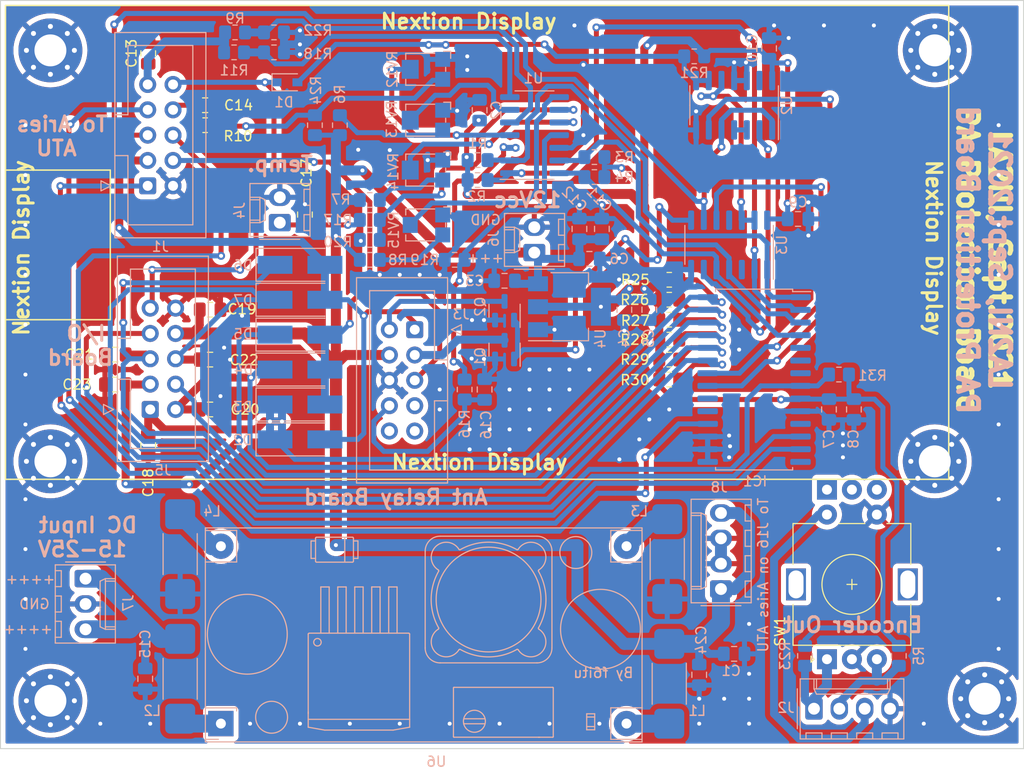
<source format=kicad_pcb>
(kicad_pcb (version 20221018) (generator pcbnew)
  (layers (0 "F.Cu" signal) (31 "B.Cu" signal) (34 "B.Paste" user) (35 "F.Paste" user) (36 "B.SilkS" user "B.Silkscreen") (37 "F.SilkS" user "F.Silkscreen") (38 "B.Mask" user) (39 "F.Mask" user) (44 "Edge.Cuts" user))
  (net 0 "")
  (net 1 "Net-(C15-Pad2)")
  (net 2 "REV")
  (net 3 "FWD")
  (net 4 "DRV_PWR")
  (net 5 "Net-(C17-Pad1)")
  (net 6 "160m")
  (net 7 "80m")
  (net 8 "40m")
  (net 9 "15m")
  (net 10 "10m")
  (net 11 "{slash}PTT_In")
  (net 12 "Net-(D1-Pad2)")
  (net 13 "D2A")
  (net 14 "D5B")
  (net 15 "Net-(IC1-Pad1)")
  (net 16 "Net-(IC1-Pad2)")
  (net 17 "Net-(IC1-Pad3)")
  (net 21 "6m")
  (net 23 "SCL")
  (net 24 "SDA")
  (net 26 "Reset")
  (net 29 "Net-(IC1-Pad21)")
  (net 30 "Net-(IC1-Pad22)")
  (net 31 "20m")
  (net 32 "D8")
  (net 33 "Net-(J2-Pad1)")
  (net 34 "RL3")
  (net 37 "RL2")
  (net 38 "+12V_A")
  (net 40 "Net-(IC1-Pad4)")
  (net 41 "Net-(L1-Pad1)")
  (net 42 "Net-(L3-Pad1)")
  (net 43 "Net-(Q1-Pad1)")
  (net 44 "Net-(R6-Pad1)")
  (net 45 "Net-(R7-Pad1)")
  (net 46 "Net-(R8-Pad1)")
  (net 47 "Net-(R22-Pad2)")
  (net 48 "Net-(R10-Pad2)")
  (net 49 "Net-(R11-Pad2)")
  (net 50 "Net-(R16-Pad2)")
  (net 51 "Net-(R17-Pad2)")
  (net 52 "Net-(RV12-Pad2)")
  (net 53 "Net-(RV13-Pad2)")
  (net 54 "Net-(RV14-Pad2)")
  (net 55 "Net-(RV15-Pad2)")
  (net 56 "Net-(U2-Pad2)")
  (net 57 "Net-(U2-Pad3)")
  (net 58 "Net-(U2-Pad10)")
  (net 62 "Net-(L4-Pad2)")
  (net 63 "GND")
  (net 64 "+3V3")
  (net 65 "+15V")
  (net 66 "Net-(J2-Pad2)")
  (net 67 "Net-(J2-Pad3)")
  (footprint "Resistor_SMD:R_0805_2012Metric_Pad1.20x1.40mm_HandSolder" (layer "F.Cu") (at 132 82)
    (fp_text reference "R27")
    (fp_text value "10k")
  )
  (footprint "Capacitor_SMD:C_0805_2012Metric_Pad1.18x1.45mm_HandSolder" (layer "F.Cu") (at 86 86 180)
    (fp_text reference "C22")
    (fp_text value "100n")
  )
  (footprint "MountingHole:MountingHole_3.2mm_M3_Pad_Via" (layer "F.Cu") (at 70 55)
    (fp_text reference "J11" hide)
    (fp_text value "MH3")
  )
  (footprint "Capacitor_SMD:C_0805_2012Metric_Pad1.18x1.45mm_HandSolder" (layer "F.Cu") (at 76.5 85.5)
    (fp_text reference "C21")
    (fp_text value "100n")
  )
  (footprint "Capacitor_SMD:C_0805_2012Metric_Pad1.18x1.45mm_HandSolder" (layer "F.Cu") (at 95.5 71.4625 90)
    (fp_text reference "C17")
    (fp_text value "100n")
  )
  (footprint "Resistor_SMD:R_0805_2012Metric_Pad1.20x1.40mm_HandSolder" (layer "F.Cu") (at 132 88)
    (fp_text reference "R30")
    (fp_text value "10k")
  )
  (footprint "MountingHole:MountingHole_3.2mm_M3_Pad_Via" (layer "F.Cu") (at 158.6 96.2)
    (fp_text reference "J10" hide)
    (fp_text value "MH2")
  )
  (footprint "Resistor_SMD:R_0805_2012Metric_Pad1.20x1.40mm_HandSolder" (layer "F.Cu") (at 132 80)
    (fp_text reference "R26")
    (fp_text value "10k")
  )
  (footprint "MountingHole:MountingHole_3.2mm_M3_Pad_Via" (layer "F.Cu") (at 70 120.2)
    (fp_text reference "J9" hide)
    (fp_text value "MH1" hide)
  )
  (footprint "Capacitor_SMD:C_0805_2012Metric_Pad1.18x1.45mm_HandSolder" (layer "F.Cu") (at 79.8 94.6 90)
    (fp_text reference "C18")
    (fp_text value "100n")
  )
  (footprint "Resistor_SMD:R_0805_2012Metric_Pad1.20x1.40mm_HandSolder" (layer "F.Cu") (at 85.5 62.5)
    (fp_text reference "R10")
    (fp_text value "2.2k")
  )
  (footprint "MountingHole:MountingHole_3.2mm_M3_Pad_Via" (layer "F.Cu") (at 158.6 55)
    (fp_text reference "J14" hide)
    (fp_text value "MH6")
  )
  (footprint "Resistor_SMD:R_0805_2012Metric_Pad1.20x1.40mm_HandSolder" (layer "F.Cu") (at 132 84)
    (fp_text reference "R28")
    (fp_text value "10k")
  )
  (footprint "Resistor_SMD:R_0805_2012Metric_Pad1.20x1.40mm_HandSolder" (layer "F.Cu") (at 132 78)
    (fp_text reference "R25")
    (fp_text value "10k")
  )
  (footprint "MountingHole:MountingHole_3.2mm_M3_Pad_Via" (layer "F.Cu") (at 163.6 120)
    (fp_text reference "J12" hide)
    (fp_text value "MH4")
  )
  (footprint "Capacitor_SMD:C_0805_2012Metric_Pad1.18x1.45mm_HandSolder" (layer "F.Cu") (at 86 81 180)
    (fp_text reference "C19")
    (fp_text value "100n")
  )
  (footprint "RotaryEncoder_Dual_Alps_EC11E-Switch_Vertical_H20mm:RotaryEncoder_Dual_Alps_EC11E-Switch_Vertical_H20mm" (layer "F.Cu") (at 147.8 116.0375 90)
    (fp_text reference "SW1")
    (fp_text value "RotaryEncoder_Dual_Switch")
  )
  (footprint "Capacitor_SMD:C_0805_2012Metric_Pad1.18x1.45mm_HandSolder" (layer "F.Cu") (at 79.8 55.3 90)
    (fp_text reference "C13")
    (fp_text value "100n")
  )
  (footprint "Capacitor_SMD:C_0805_2012Metric_Pad1.18x1.45mm_HandSolder" (layer "F.Cu") (at 76.5 88.5)
    (fp_text reference "C23")
    (fp_text value "100n")
  )
  (footprint "Capacitor_SMD:C_0805_2012Metric_Pad1.18x1.45mm_HandSolder" (layer "F.Cu") (at 85.5 60.5)
    (fp_text reference "C14")
    (fp_text value "100n")
  )
  (footprint "MountingHole:MountingHole_3.2mm_M3_Pad_Via" (layer "F.Cu") (at 70 96.2)
    (fp_text reference "J13" hide)
    (fp_text value "MH5")
  )
  (footprint "Resistor_SMD:R_0805_2012Metric_Pad1.20x1.40mm_HandSolder" (layer "F.Cu") (at 132 86)
    (fp_text reference "R29")
    (fp_text value "10k")
  )
  (footprint "Capacitor_SMD:C_0805_2012Metric_Pad1.18x1.45mm_HandSolder" (layer "F.Cu") (at 86 91 180)
    (fp_text reference "C20")
    (fp_text value "100n")
  )
  (footprint "Resistor_SMD:R_0805_2012Metric_Pad1.20x1.40mm_HandSolder" (layer "B.Cu") (at 155 115.7 -90)
    (fp_text reference "R5")
    (fp_text value "10k")
  )
  (footprint "Resistor_SMD:R_0805_2012Metric_Pad1.20x1.40mm_HandSolder" (layer "B.Cu") (at 102 70 180)
    (fp_text reference "R7")
    (fp_text value "1k")
  )
  (footprint "Capacitor_SMD:C_0805_2012Metric_Pad1.18x1.45mm_HandSolder" (layer "B.Cu") (at 144.9 71.9 180)
    (fp_text reference "C9")
    (fp_text value "1u")
  )
  (footprint "Connector_Molex:Molex_KK-254_AE-6410-04A_1x04_P2.54mm_Vertical" (layer "B.Cu") (at 137.18 109 90)
    (fp_text reference "J8")
    (fp_text value "Molex KK 4")
  )
  (footprint "Capacitor_SMD:C_0805_2012Metric_Pad1.18x1.45mm_HandSolder" (layer "B.Cu") (at 124 75.9 180)
    (fp_text reference "C6")
    (fp_text value "100n")
  )
  (footprint "Resistor_SMD:R_0805_2012Metric_Pad1.20x1.40mm_HandSolder" (layer "B.Cu") (at 149 87.5 180)
    (fp_text reference "R31")
    (fp_text value "10k")
  )
  (footprint "Diode_SMD:D_SMA_Handsoldering" (layer "B.Cu") (at 95 90.5)
    (fp_text reference "D3")
    (fp_text value "S1M")
  )
  (footprint "Capacitor_SMD:C_0805_2012Metric_Pad1.18x1.45mm_HandSolder" (layer "B.Cu") (at 150.5 91 90)
    (fp_text reference "C8")
    (fp_text value "100n")
  )
  (footprint "Diode_SMD:D_SMA_Handsoldering" (layer "B.Cu") (at 95 76.5)
    (fp_text reference "D6")
    (fp_text value "S1M")
  )
  (footprint "Connector_Molex:Molex_KK-254_AE-6410-02A_1x02_P2.54mm_Vertical" (layer "B.Cu") (at 92.98 72.27 90)
    (fp_text reference "J4")
    (fp_text value "Molex KK 2")
  )
  (footprint "Diode_SMD:D_SOD-323" (layer "B.Cu") (at 93.7 58.2)
    (fp_text reference "D1")
    (fp_text value "BAS16J")
  )
  (footprint "Resistor_SMD:R_0805_2012Metric_Pad1.20x1.40mm_HandSolder" (layer "B.Cu") (at 145.6 115.7 -90)
    (fp_text reference "R23")
    (fp_text value "10k")
  )
  (footprint "Resistor_SMD:R_0805_2012Metric_Pad1.20x1.40mm_HandSolder" (layer "B.Cu") (at 99 62.5 -90)
    (fp_text reference "R6")
    (fp_text value "1k")
  )
  (footprint "Package_SO:SOIC-28W_7.5x17.9mm_P1.27mm" (layer "B.Cu") (at 140.5 88 180)
    (fp_text reference "IC1")
    (fp_text value "MCP23017_SO")
  )
  (footprint "Resistor_SMD:R_0805_2012Metric_Pad1.20x1.40mm_HandSolder" (layer "B.Cu") (at 92.4 53.2 180)
    (fp_text reference "R22")
    (fp_text value "1k")
  )
  (footprint "Diode_SMD:D_SMA_Handsoldering" (layer "B.Cu") (at 95 83.5)
    (fp_text reference "D5")
    (fp_text value "S1M")
  )
  (footprint "Potentiometer_SMD:Potentiometer_Bourns_TC33X_Vertical" (layer "B.Cu") (at 107.5 62 180)
    (fp_text reference "RV13")
    (fp_text value "1k")
  )
  (footprint "Capacitor_SMD:C_0805_2012Metric_Pad1.18x1.45mm_HandSolder" (layer "B.Cu") (at 125.25 72.9 -90)
    (fp_text reference "C11")
    (fp_text value "10u")
  )
  (footprint "Diode_SMD:D_SMA_Handsoldering" (layer "B.Cu") (at 95 80)
    (fp_text reference "D7")
    (fp_text value "S1M")
  )
  (footprint "Resistor_SMD:R_0805_2012Metric_Pad1.20x1.40mm_HandSolder" (layer "B.Cu") (at 110.5 76)
    (fp_text reference "R19")
    (fp_text value "1k")
  )
  (footprint "Potentiometer_SMD:Potentiometer_Bourns_TC33X_Vertical" (layer "B.Cu") (at 107.5 67 180)
    (fp_text reference "RV14")
    (fp_text value "1k")
  )
  (footprint "Resistor_SMD:R_0805_2012Metric_Pad1.20x1.40mm_HandSolder" (layer "B.Cu") (at 134.5 55.6)
    (fp_text reference "R21")
    (fp_text value "10k")
  )
  (footprint "Capacitor_SMD:C_0805_2012Metric_Pad1.18x1.45mm_HandSolder" (layer "B.Cu") (at 130 81 90)
    (fp_text reference "C5")
    (fp_text value "100n")
  )
  (footprint "Resistor_SMD:R_0805_2012Metric_Pad1.20x1.40mm_HandSolder" (layer "B.Cu") (at 96.5 62.5 90)
    (fp_text reference "R24")
    (fp_text value "22k")
  )
  (footprint "Resistor_SMD:R_0805_2012Metric_Pad1.20x1.40mm_HandSolder" (layer "B.Cu") (at 112.8 66 180)
    (fp_text reference "R1")
    (fp_text value "2.2k")
  )
  (footprint "Diode_SMD:D_SMA_Handsoldering" (layer "B.Cu") (at 95 94)
    (fp_text reference "D2")
    (fp_text value "S1M")
  )
  (footprint "Connector_IDC:IDC-Header_2x05_P2.54mm_Vertical" (layer "B.Cu") (at 106.5 83 180)
    (fp_text reference "J3")
    (fp_text value "IDC 10 Straight")
  )
  (footprint "Package_TO_SOT_SMD:SOT-223-3_TabPin2" (layer "B.Cu") (at 122 80.7)
    (fp_text reference "U4")
    (fp_text value "LM1117-3.3")
  )
  (footprint "Connector_Molex:Molex_KK-254_AE-6410-04A_1x04_P2.54mm_Vertical" (layer "B.Cu") (at 146.5 121)
    (fp_text reference "J2")
    (fp_text value "Molex KK 4")
  )
  (footprint "Package_SO:SOIC-14_3.9x8.7mm_P1.27mm" (layer "B.Cu") (at 118.5 63.5)
    (fp_text reference "U1")
    (fp_text value "LM339")
  )
  (footprint "Fair-Rite_2743021447:Fair-Rite_2743021447" (layer "B.Cu") (at 131.8 106 -90)
    (fp_text reference "L3")
    (fp_text value "2743021447")
  )
  (footprint "Capacitor_SMD:C_0805_2012Metric_Pad1.18x1.45mm_HandSolder" (layer "B.Cu") (at 115.5 78.1)
    (fp_text reference "C3")
    (fp_text value "10u")
  )
  (footprint "Capacitor_SMD:C_0805_2012Metric_Pad1.18x1.45mm_HandSolder" (layer "B.Cu") (at 127.5 81 90)
    (fp_text reference "C4")
    (fp_text value "1u")
  )
  (footprint "Resistor_SMD:R_0805_2012Metric_Pad1.20x1.40mm_HandSolder" (layer "B.Cu") (at 92.4 55.2 180)
    (fp_text reference "R18")
    (fp_text value "1k")
  )
  (footprint "Capacitor_SMD:C_0805_2012Metric_Pad1.18x1.45mm_HandSolder" (layer "B.Cu") (at 138.5 115.5 180)
    (fp_text reference "C1")
    (fp_text value "100n")
  )
  (footprint "Capacitor_SMD:C_0805_2012Metric_Pad1.18x1.45mm_HandSolder" (layer "B.Cu") (at 113 61 90)
    (fp_text reference "C2")
    (fp_text value "100n")
  )
  (footprint "Resistor_SMD:R_0805_2012Metric_Pad1.20x1.40mm_HandSolder" (layer "B.Cu") (at 88.4 55.2)
    (fp_text reference "R11")
    (fp_text value "2.2k")
  )
  (footprint "Package_TO_SOT_SMD:SOT-23" (layer "B.Cu") (at 115.5 85 90)
    (fp_text reference "Q1")
    (fp_text value "2N7002")
  )
  (footprint "Connector_Molex:Molex_KK-254_AE-6410-03A_1x03_P2.54mm_Vertical" (layer "B.Cu") (at 73.52 107.96 -90)
    (fp_text reference "J7")
    (fp_text value "Molex KK 3")
  )
  (footprint "Capacitor_SMD:C_0805_2012Metric_Pad1.18x1.45mm_HandSolder" (layer "B.Cu") (at 113.5 89 90)
    (fp_text reference "C16")
    (fp_text value "100n")
  )
  (footprint "Step_down:YAAJ_DCDC_StepDown_LM2596" (layer "B.Cu") (at 87.08 122.49)
    (fp_text reference "U6")
    (fp_text value "YAAJ_DCDC_StepDown_LM2596")
  )
  (footprint "Capacitor_SMD:C_0805_2012Metric_Pad1.18x1.45mm_HandSolder" (layer "B.Cu") (at 123 72.9 -90)
    (fp_text reference "C12")
    (fp_text value "100n")
  )
  (footprint "Resistor_SMD:R_0805_2012Metric_Pad1.20x1.40mm_HandSolder" (layer "B.Cu") (at 111.5 89 90)
    (fp_text reference "R16")
    (fp_text value "2.2k")
  )
  (footprint "Fair-Rite_2743021447:Fair-Rite_2743021447" (layer "B.Cu") (at 132 118.5 90)
    (fp_text reference "L1")
    (fp_text value "2743021447")
  )
  (footprint "Resistor_SMD:R_0805_2012Metric_Pad1.20x1.40mm_HandSolder" (layer "B.Cu") (at 124.5 65.7)
    (fp_text reference "R3")
    (fp_text value "2.2k")
  )
  (footprint "Potentiometer_SMD:Potentiometer_Bourns_TC33X_Vertical" (layer "B.Cu") (at 107.5 72.5 180)
    (fp_text reference "RV15")
    (fp_text value "1k")
  )
  (footprint "Connector_IDC:IDC-Header_2x05_P2.54mm_Vertical" (layer "B.Cu") (at 79.7475 68.58)
    (fp_text reference "J1")
    (fp_text value "IDC 10 Straight")
  )
  (footprint "Diode_SMD:D_SMA_Handsoldering" (layer "B.Cu") (at 95 87)
    (fp_text reference "D4")
    (fp_text value "S1M")
  )
  (footprint "Capacitor_SMD:C_0805_2012Metric_Pad1.18x1.45mm_HandSolder" (layer "B.Cu") (at 79.5 118 90)
    (fp_text reference "C15")
    (fp_text value "1u")
  )
  (footprint "Resistor_SMD:R_0805_2012Metric_Pad1.20x1.40mm_HandSolder" (layer "B.Cu") (at 102 74)
    (fp_text reference "R20")
    (fp_text value "1k")
  )
  (footprint "Resistor_SMD:R_0805_2012Metric_Pad1.20x1.40mm_HandSolder" (layer "B.Cu") (at 124.5 67.7)
    (fp_text reference "R4")
    (fp_text value "2.2k")
  )
  (footprint "Package_SO:SOIC-14_3.9x8.7mm_P1.27mm" (layer "B.Cu") (at 138.5 60.5 90)
    (fp_text reference "U2")
    (fp_text value "74HC02")
  )
  (footprint "Potentiometer_SMD:Potentiometer_Bourns_TC33X_Vertical" (layer "B.Cu") (at 107.5 56.9 180)
    (fp_text reference "RV12")
    (fp_text value "1k")
  )
  (footprint "Package_SO:SOIC-14_3.9x8.7mm_P1.27mm" (layer "B.Cu") (at 138 74.5 90)
    (fp_text reference "U3")
    (fp_text value "74HC21")
  )
  (footprint "Capacitor_SMD:C_0805_2012Metric_Pad1.18x1.45mm_HandSolder" (layer "B.Cu") (at 148 91 90)
    (fp_text reference "C7")
    (fp_text value "1u")
  )
  (footprint "Connector_IDC:IDC-Header_2x05_P2.54mm_Vertical" (layer "B.Cu") (at 80 91)
    (fp_text reference "J5")
    (fp_text value "IDC 10 Straight")
  )
  (footprint "Resistor_SMD:R_0805_2012Metric_Pad1.20x1.40mm_HandSolder" (layer "B.Cu") (at 102 76 180)
    (fp_text reference "R8")
    (fp_text value "1k")
  )
  (footprint "Resistor_SMD:R_0805_2012Metric_Pad1.20x1.40mm_HandSolder" (layer "B.Cu") (at 102 72)
    (fp_text reference "R17")
    (fp_text value "2.2k")
  )
  (footprint "Resistor_SMD:R_0805_2012Metric_Pad1.20x1.40mm_HandSolder" (layer "B.Cu") (at 88.5 53.2)
    (fp_text reference "R9")
    (fp_text value "2.2k")
  )
  (footprint "Fair-Rite_2743021447:Fair-Rite_2743021447" (layer "B.Cu") (at 83 105.5 90)
    (fp_text reference "L4")
    (fp_text value "2743021447")
  )
  (footprint "Capacitor_SMD:C_0805_2012Metric_Pad1.18x1.45mm_HandSolder" (layer "B.Cu") (at 142 54.8 -90)
    (fp_text reference "C10")
    (fp_text value "1u")
  )
  (footprint "Connector_Molex:Molex_KK-254_AE-6410-02A_1x02_P2.54mm_Vertical" (layer "B.Cu") (at 118.48 75.27 90)
    (fp_text reference "J6")
    (fp_text value "Molex KK 2")
  )
  (footprint "Package_TO_SOT_SMD:SOT-23" (layer "B.Cu") (at 115.5 81.1 90)
    (fp_text reference "Q2")
    (fp_text value "2N7002")
  )
  (footprint "Fair-Rite_2743021447:Fair-Rite_2743021447" (layer "B.Cu") (at 83 118 -90)
    (fp_text reference "L2")
    (fp_text value "2743021447")
  )
  (footprint "Resistor_SMD:R_0805_2012Metric_Pad1.20x1.40mm_HandSolder" (layer "B.Cu") (at 112.8 68 180)
    (fp_text reference "R2")
    (fp_text value "2.2k")
  )
  (footprint "Capacitor_SMD:C_0805_2012Metric_Pad1.18x1.45mm_HandSolder" (layer "B.Cu") (at 135 117.6 90)
    (fp_text reference "C24")
    (fp_text value "10u")
  )
  (gr_line (start 66 98) (end 65.5 98) (stroke (width 0.15)) (layer "F.SilkS"))
  (gr_line (start 65.5 98) (end 65.5 50.5) (stroke (width 0.15)) (layer "F.SilkS"))
  (gr_line (start 160 50.5) (end 160 98) (stroke (width 0.15)) (layer "F.SilkS"))
  (gr_line (start 65.5 50.5) (end 160 50.5) (stroke (width 0.15)) (layer "F.SilkS"))
  (gr_line (start 160 98) (end 66 98) (stroke (width 0.15)) (layer "F.SilkS"))
  (gr_line (start 65.5 67) (end 76 67) (stroke (width 0.15)) (layer "F.SilkS"))
  (gr_line (start 76 82) (end 65.5 82) (stroke (width 0.15)) (layer "F.SilkS"))
  (gr_line (start 76 67) (end 76 82) (stroke (width 0.15)) (layer "F.SilkS"))
  (gr_line (start 167.5 50) (end 167.5 125) (stroke (width 0.1)) (layer "Edge.Cuts"))
  (gr_line (start 65 50) (end 167.5 50) (stroke (width 0.1)) (layer "Edge.Cuts"))
  (gr_line (start 65 125) (end 65 50) (stroke (width 0.1)) (layer "Edge.Cuts"))
  (gr_line (start 167.5 125) (end 65 125) (stroke (width 0.1)) (layer "Edge.Cuts"))
  (gr_text "++++" (at 67.75 113) (layer "B.SilkS") (effects (font (size 1 1)) (justify mirror)))
  (gr_text "Temp." (at 93 66.4) (layer "B.SilkS") (effects (font (size 1.5 1.5) (thickness 0.3)) (justify mirror)))
  (gr_text "To Aries \nATU" (at 70.6 63.6) (layer "B.SilkS") (effects (font (size 1.5 1.5) (thickness 0.3)) (justify mirror)))
  (gr_text "By f6itu" (at 125.4 117.4) (layer "B.SilkS") (effects (font (size 1 1)) (justify mirror)))
  (gr_text "12Vcc" (at 117.8 70) (layer "B.SilkS") (effects (font (size 1.5 1.5) (thickness 0.3)) (justify mirror)))
  (gr_text "I/O \nBoard\n" (at 73 84.6) (layer "B.SilkS") (effects (font (size 1.5 1.5) (thickness 0.3)) (justify mirror)))
  (gr_text "Encoder Out" (at 150.4 112.6) (layer "B.SilkS") (effects (font (size 1.5 1.5) (thickness 0.3)) (justify mirror)))
  (gr_text "GND" (at 113.6 72) (layer "B.SilkS") (effects (font (size 1 1)) (justify mirror)))
  (gr_text "To J16 on Aries ATU\n" (at 141.4 107.6 90) (layer "B.SilkS") (effects (font (size 1 1)) (justify mirror)))
  (gr_text "LA2NI, Sept.2021\nPA Protection Board" (at 163.5 76 270) (layer "B.SilkS") (effects (font (size 2 2) (thickness 0.5)) (justify mirror)))
  (gr_text "+++ " (at 113.2 75.8) (layer "B.SilkS") (effects (font (size 1 1)) (justify mirror)))
  (gr_text "GND\n" (at 68.4 110.5) (layer "B.SilkS") (effects (font (size 1 1)) (justify mirror)))
  (gr_text "++++" (at 68 108) (layer "B.SilkS") (effects (font (size 1 1)) (justify mirror)))
  (gr_text "Ant Relay Board" (at 104.6 99.8) (layer "B.SilkS") (effects (font (size 1.5 1.5) (thickness 0.3)) (justify mirror)))
  (gr_text "DC Input \n15-25V" (at 73.2 103.8) (layer "B.SilkS") (effects (font (size 1.5 1.5) (thickness 0.3)) (justify mirror)))
  (gr_text "LA2NI, Sept.2021\nPA Protection Board" (at 163.5 76 270) (layer "F.SilkS") (effects (font (size 2 2) (thickness 0.5))))
  (gr_text "Nextion Display" (at 111.9 52.1) (layer "F.SilkS") (effects (font (size 1.5 1.5) (thickness 0.3))))
  (gr_text "Nextion Display" (at 67.1 74.8 90) (layer "F.SilkS") (effects (font (size 1.5 1.5) (thickness 0.3))))
  (gr_text "Nextion Display" (at 113 96.3) (layer "F.SilkS") (effects (font (size 1.5 1.5) (thickness 0.3))))
  (gr_text "Nextion Display" (at 158.5 74.8 270) (layer "F.SilkS") (effects (font (size 1.5 1.5) (thickness 0.3))))
  (segment (start 73.52 113.04) (end 77.96 113.04) (width 1.8) (layer "B.Cu") (net 1))
  (segment (start 79.5 116.9625) (end 79.5 112.433508) (width 0.8) (layer "B.Cu") (net 1))
  (segment (start 79.5 112.433508) (end 79.033246 111.966754) (width 0.8) (layer "B.Cu") (net 1))
  (segment (start 75.026491 107.96) (end 73.52 107.96) (width 1.8) (layer "B.Cu") (net 1))
  (segment (start 83 114) (end 81.066491 114) (width 1.8) (layer "B.Cu") (net 1))
  (segment (start 77.96 113.04) (end 79.033246 111.966754) (width 1.8) (layer "B.Cu") (net 1))
  (segment (start 79.033246 111.966754) (end 75.026491 107.96) (width 1.8) (layer "B.Cu") (net 1))
  (segment (start 81.066491 114) (end 79.033246 111.966754) (width 1.8) (layer "B.Cu") (net 1))
  (segment (start 79.7475 58.42) (end 79.7475 56.39) (width 0.5) (layer "F.Cu") (net 2))
  (segment (start 79.7475 56.39) (end 79.8 56.3375) (width 0.5) (layer "F.Cu") (net 2))
  (segment (start 79.7475 55.8525) (end 79.7475 58.42) (width 0.8) (layer "B.Cu") (net 2))
  (segment (start 87.5 53.2) (end 87.5 54.1) (width 0.8) (layer "B.Cu") (net 2))
  (segment (start 81.5 54.1) (end 79.7475 55.8525) (width 0.8) (layer "B.Cu") (net 2))
  (segment (start 87.5 55.1) (end 87.4 55.2) (width 0.8) (layer "B.Cu") (net 2))
  (segment (start 87.5 54.1) (end 81.5 54.1) (width 0.8) (layer "B.Cu") (net 2))
  (segment (start 87.5 54.1) (end 87.5 55.1) (width 0.8) (layer "B.Cu") (net 2))
  (segment (start 84.4625 60.5) (end 82.7475 60.5) (width 0.5) (layer "F.Cu") (net 3))
  (segment (start 82.7475 60.5) (end 82.2875 60.96) (width 0.5) (layer "F.Cu") (net 3))
  (segment (start 84.5 62.5) (end 84.5 60.5375) (width 0.5) (layer "F.Cu") (net 3))
  (segment (start 84.5 60.5375) (end 84.4625 60.5) (width 0.5) (layer "F.Cu") (net 3))
  (segment (start 111.5375 90.0375) (end 111.5 90) (width 0.5) (layer "B.Cu") (net 4))
  (segment (start 111.5 91.5) (end 107.8 95.2) (width 0.5) (layer "B.Cu") (net 4))
  (segment (start 111.5 90) (end 111.5 91.5) (width 0.5) (layer "B.Cu") (net 4))
  (segment (start 113.5 90.0375) (end 111.5375 90.0375) (width 0.5) (layer "B.Cu") (net 4))
  (segment (start 107.8 95.2) (end 103.4 95.2) (width 0.5) (layer "B.Cu") (net 4))
  (segment (start 103.4 95.2) (end 102.4 94.2) (width 0.5) (layer "B.Cu") (net 4))
  (segment (start 102.4 94.2) (end 102.4 92.18) (width 0.5) (layer "B.Cu") (net 4))
  (segment (start 102.4 92.18) (end 103.96 90.62) (width 0.5) (layer "B.Cu") (net 4))
  (segment (start 95.5 72.5) (end 99.8 72.5) (width 0.5) (layer "F.Cu") (net 5))
  (segment (start 93.21 72.5) (end 92.98 72.27) (width 0.5) (layer "F.Cu") (net 5))
  (segment (start 95.5 72.5) (end 93.21 72.5) (width 0.5) (layer "F.Cu") (net 5))
  (via (at 99.8 72.5) (size 0.8) (drill 0.4) (layers "F.Cu" "B.Cu") (net 5))
  (segment (start 101 72) (end 100.5 72.5) (width 0.5) (layer "B.Cu") (net 5))
  (segment (start 100.5 72.5) (end 99.8 72.5) (width 0.5) (layer "B.Cu") (net 5))
  (segment (start 133 78) (end 134.7 78) (width 0.5) (layer "F.Cu") (net 6))
  (segment (start 91.4 92.2) (end 92 92.2) (width 0.8) (layer "F.Cu") (net 6))
  (segment (start 79.8 91.2) (end 80 91) (width 0.8) (layer "F.Cu") (net 6))
  (segment (start 80 91.6) (end 81.4 93) (width 0.8) (layer "F.Cu") (net 6))
  (segment (start 79.8 93.5625) (end 79.8 91.2) (width 0.8) (layer "F.Cu") (net 6))
  (segment (start 90.6 93) (end 91 92.6) (width 0.8) (layer "F.Cu") (net 6))
  (segment (start 136.947561 80.247561) (end 137.259078 80.247561) (width 0.5) (layer "F.Cu") (net 6))
  (segment (start 80 91) (end 80 91.6) (width 0.8) (layer "F.Cu") (net 6))
  (segment (start 92 92.2) (end 93.2 92.2) (width 0.8) (layer "F.Cu") (net 6))
  (segment (start 81.4 93) (end 90.6 93) (width 0.8) (layer "F.Cu") (net 6))
  (segment (start 134.7 78) (end 136.947561 80.247561) (width 0.5) (layer "F.Cu") (net 6))
  (segment (start 91 92.6) (end 91.4 92.2) (width 0.8) (layer "F.Cu") (net 6))
  (via (at 93.2 92.2) (size 0.8) (drill 0.4) (layers "F.Cu" "B.Cu") (net 6))
  (via (at 137.259078 80.247561) (size 0.8) (drill 0.4) (layers "F.Cu" "B.Cu") (net 6))
  (via (at 92 92.2) (size 0.8) (drill 0.4) (layers "F.Cu" "B.Cu") (net 6))
  (segment (start 93.2 92.2) (end 93.2 93.3) (width 0.8) (layer "B.Cu") (net 6))
  (segment (start 135.85 79.745) (end 134.09427 79.745) (width 0.5) (layer "B.Cu") (net 6))
  (segment (start 136.352561 80.247561) (end 135.85 79.745) (width 0.5) (layer "B.Cu") (net 6))
  (segment (start 93.2 92.2) (end 93.2 91.2) (width 0.8) (layer "B.Cu") (net 6))
  (segment (start 92 92.2) (end 93.2 92.2) (width 0.8) (layer "B.Cu") (net 6))
  (segment (start 92 92.2) (end 92 93.5) (width 0.8) (layer "B.Cu") (net 6))
  (segment (start 94.5 96) (end 92.5 94) (width 0.5) (layer "B.Cu") (net 6))
  (segment (start 92 91) (end 92.5 90.5) (width 0.8) (layer "B.Cu") (net 6))
  (segment (start 117.83927 96) (end 94.5 96) (width 0.5) (layer "B.Cu") (net 6))
  (segment (start 137.259078 80.247561) (end 136.352561 80.247561) (width 0.5) (layer "B.Cu") (net 6))
  (segment (start 92 93.5) (end 92.5 94) (width 0.8) (layer "B.Cu") (net 6))
  (segment (start 134.09427 79.745) (end 117.83927 96) (width 0.5) (layer "B.Cu") (net 6))
  (segment (start 93.2 93.3) (end 92.5 94) (width 0.8) (layer "B.Cu") (net 6))
  (segment (start 93.2 91.2) (end 92.5 90.5) (width 0.8) (layer "B.Cu") (net 6))
  (segment (start 92 92.2) (end 92 91) (width 0.8) (layer "B.Cu") (net 6))
  (segment (start 136.745239 80.945239) (end 137.3 81.5) (width 0.5) (layer "F.Cu") (net 7))
  (segment (start 85.74 87.8) (end 90.1 87.8) (width 0.8) (layer "F.Cu") (net 7))
  (segment (start 82.54 91) (end 85.74 87.8) (width 0.8) (layer "F.Cu") (net 7))
  (segment (start 133.945239 80.945239) (end 136.745239 80.945239) (width 0.5) (layer "F.Cu") (net 7))
  (segment (start 84.9625 91) (end 82.54 91) (width 0.8) (layer "F.Cu") (net 7))
  (segment (start 133 80) (end 133.945239 80.945239) (width 0.5) (layer "F.Cu") (net 7))
  (via (at 137.3 81.5) (size 0.8) (drill 0.4) (layers "F.Cu" "B.Cu") (net 7))
  (via (at 90.1 87.8) (size 0.8) (drill 0.4) (layers "F.Cu" "B.Cu") (net 7))
  (segment (start 135.85 81.015) (end 133.985 81.015) (width 0.5) (layer "B.Cu") (net 7))
  (segment (start 118.2 96.8) (end 91.8 96.8) (width 0.5) (layer "B.Cu") (net 7))
  (segment (start 133.985 81.015) (end 118.2 96.8) (width 0.5) (layer "B.Cu") (net 7))
  (segment (start 136.815 81.015) (end 137.3 81.5) (width 0.5) (layer "B.Cu") (net 7))
  (segment (start 90 88) (end 91 87) (width 0.5) (layer "B.Cu") (net 7))
  (segment (start 92.5 87) (end 90.9 87) (width 0.5) (layer "B.Cu") (net 7))
  (segment (start 135.85 81.015) (end 136.815 81.015) (width 0.5) (layer "B.Cu") (net 7))
  (segment (start 91 87) (end 92.5 87) (width 0.5) (layer "B.Cu") (net 7))
  (segment (start 90 95) (end 90 88) (width 0.5) (layer "B.Cu") (net 7))
  (segment (start 91.8 96.8) (end 90 95) (width 0.5) (layer "B.Cu") (net 7))
  (segment (start 90.9 87) (end 90.1 87.8) (width 0.5) (layer "B.Cu") (net 7))
  (segment (start 79.96 88.5) (end 80 88.46) (width 0.8) (layer "F.Cu") (net 8))
  (segment (start 77.5375 88.5) (end 79.96 88.5) (width 0.8) (layer "F.Cu") (net 8))
  (segment (start 77.5375 88.5) (end 77.5375 98.4375) (width 0.8) (layer "F.Cu") (net 8))
  (segment (start 88.9 94.1) (end 84.5 98.5) (width 0.8) (layer "F.Cu") (net 8))
  (segment (start 84.5 98.5) (end 83.9 98.5) (width 0.8) (layer "F.Cu") (net 8))
  (segment (start 136.5 82) (end 137.3 82.8) (width 0.5) (layer "F.Cu") (net 8))
  (segment (start 133 82) (end 136.5 82) (width 0.5) (layer "F.Cu") (net 8))
  (via (at 137.3 82.8) (size 0.8) (drill 0.4) (layers "F.Cu" "B.Cu") (net 8))
  (via (at 83.9 98.5) (size 0.8) (drill 0.4) (layers "F.Cu" "B.Cu") (net 8))
  (via (at 88.9 94.1) (size 0.8) (drill 0.4) (layers "F.Cu" "B.Cu") (net 8))
  (via (at 77.5375 98.4375) (size 0.8) (drill 0.4) (layers "F.Cu" "B.Cu") (net 8))
  (segment (start 135.85 82.285) (end 133.915 82.285) (width 0.5) (layer "B.Cu") (net 8))
  (segment (start 133.915 82.285) (end 118.6 97.6) (width 0.5) (layer "B.Cu") (net 8))
  (segment (start 77.5375 98.4375) (end 77.6 98.5) (width 0.8) (layer "B.Cu") (net 8))
  (segment (start 88.9 84.1) (end 89.5 83.5) (width 0.5) (layer "B.Cu") (net 8))
  (segment (start 77.6 98.5) (end 83.9 98.5) (width 0.8) (layer "B.Cu") (net 8))
  (segment (start 136.785 82.285) (end 137.3 82.8) (width 0.5) (layer "B.Cu") (net 8))
  (segment (start 118.6 97.6) (end 91.6 97.6) (width 0.5) (layer "B.Cu") (net 8))
  (segment (start 89.5 83.5) (end 92.5 83.5) (width 0.5) (layer "B.Cu") (net 8))
  (segment (start 135.85 82.285) (end 136.785 82.285) (width 0.5) (layer "B.Cu") (net 8))
  (segment (start 91.6 97.6) (end 88.9 94.9) (width 0.5) (layer "B.Cu") (net 8))
  (segment (start 88.9 94.9) (end 88.9 84.1) (width 0.5) (layer "B.Cu") (net 8))
  (segment (start 77.3 82.3) (end 77.3 78.3) (width 0.5) (layer "F.Cu") (net 9))
  (segment (start 79.58 85.5) (end 80 85.92) (width 0.8) (layer "F.Cu") (net 9))
  (segment (start 133 86) (end 134.2 84.8) (width 0.5) (layer "F.Cu") (net 9))
  (segment (start 77.5375 85.5) (end 79.58 85.5) (width 0.8) (layer "F.Cu") (net 9))
  (segment (start 136.8 84.8) (end 137.3 85.3) (width 0.5) (layer "F.Cu") (net 9))
  (segment (start 134.2 84.8) (end 136.8 84.8) (width 0.5) (layer "F.Cu") (net 9))
  (via (at 77.3 82.3) (size 0.8) (drill 0.4) (layers "F.Cu" "B.Cu") (net 9))
  (via (at 77.3 78.3) (size 0.8) (drill 0.4) (layers "F.Cu" "B.Cu") (net 9))
  (via (at 137.3 85.3) (size 0.8) (drill 0.4) (layers "F.Cu" "B.Cu") (net 9))
  (segment (start 135.85 84.825) (end 133.775 84.825) (width 0.5) (layer "B.Cu") (net 9))
  (segment (start 77.88 85.92) (end 80 85.92) (width 0.5) (layer "B.Cu") (net 9))
  (segment (start 77.3 78.3) (end 90.7 78.3) (width 0.5) (layer "B.Cu") (net 9))
  (segment (start 78.02 85.92) (end 77.2 85.1) (width 0.5) (layer "B.Cu") (net 9))
  (segment (start 80 85.92) (end 78.02 85.92) (width 0.5) (layer "B.Cu") (net 9))
  (segment (start 77.3 86.5) (end 77.88 85.92) (width 0.5) (layer "B.Cu") (net 9))
  (segment (start 90.7 78.3) (end 92.5 76.5) (width 0.5) (layer "B.Cu") (net 9))
  (segment (start 91.2 99.2) (end 85.4 93.4) (width 0.5) (layer "B.Cu") (net 9))
  (segment (start 133.775 84.825) (end 119.4 99.2) (width 0.5) (layer "B.Cu") (net 9))
  (segment (start 135.85 84.825) (end 136.825 84.825) (width 0.5) (layer "B.Cu") (net 9))
  (segment (start 79.8 93.4) (end 77.3 90.9) (width 0.5) (layer "B.Cu") (net 9))
  (segment (start 77.3 85) (end 77.3 82.3) (width 0.5) (layer "B.Cu") (net 9))
  (segment (start 119.4 99.2) (end 91.2 99.2) (width 0.5) (layer "B.Cu") (net 9))
  (segment (start 85.4 93.4) (end 79.8 93.4) (width 0.5) (layer "B.Cu") (net 9))
  (segment (start 77.2 85.1) (end 77.3 85) (width 0.5) (layer "B.Cu") (net 9))
  (segment (start 136.825 84.825) (end 137.3 85.3) (width 0.5) (layer "B.Cu") (net 9))
  (segment (start 77.3 90.9) (end 77.3 86.5) (width 0.5) (layer "B.Cu") (net 9))
  (segment (start 84.9625 86) (end 82.62 86) (width 0.8) (layer "F.Cu") (net 10))
  (segment (start 134.5 86.5) (end 137.3 86.5) (width 0.5) (layer "F.Cu") (net 10))
  (segment (start 133 88) (end 134.5 86.5) (width 0.5) (layer "F.Cu") (net 10))
  (segment (start 82.62 86) (end 82.54 85.92) (width 0.8) (layer "F.Cu") (net 10))
  (via (at 137.3 86.5) (size 0.8) (drill 0.4) (layers "F.Cu" "B.Cu") (net 10))
  (segment (start 88.46 80) (end 82.54 85.92) (width 0.5) (layer "B.Cu") (net 10))
  (segment (start 135.85 86.095) (end 133.705 86.095) (width 0.5) (layer "B.Cu") (net 10))
  (segment (start 77.8 79) (end 90.2 79) (width 0.5) (layer "B.Cu") (net 10))
  (segment (start 91 100) (end 85.2 94.2) (width 0.5) (layer "B.Cu") (net 10))
  (segment (start 90.2 79) (end 91.2 80) (width 0.5) (layer "B.Cu") (net 10))
  (segment (start 92.5 80) (end 88.46 80) (width 0.5) (layer "B.Cu") (net 10))
  (segment (start 76 90.8) (end 76 80.8) (width 0.5) (layer "B.Cu") (net 10))
  (segment (start 85.2 94.2) (end 79.4 94.2) (width 0.5) (layer "B.Cu") (net 10))
  (segment (start 135.85 86.095) (end 136.255 86.5) (width 0.5) (layer "B.Cu") (net 10))
  (segment (start 79.4 94.2) (end 76 90.8) (width 0.5) (layer "B.Cu") (net 10))
  (segment (start 91.2 80) (end 92.5 80) (width 0.5) (layer "B.Cu") (net 10))
  (segment (start 76 80.8) (end 77.8 79) (width 0.5) (layer "B.Cu") (net 10))
  (segment (start 136.255 86.5) (end 137.3 86.5) (width 0.5) (layer "B.Cu") (net 10))
  (segment (start 119.8 100) (end 91 100) (width 0.5) (layer "B.Cu") (net 10))
  (segment (start 133.705 86.095) (end 119.8 100) (width 0.5) (layer "B.Cu") (net 10))
  (segment (start 80.2 80.64) (end 80 80.84) (width 0.5) (layer "F.Cu") (net 11))
  (segment (start 90.6 75.4) (end 90.6 68.7) (width 0.5) (layer "F.Cu") (net 11))
  (segment (start 89 77) (end 90.6 75.4) (width 0.5) (layer "F.Cu") (net 11))
  (segment (start 92.4 59.1) (end 91.5 58.2) (width 0.5) (layer "F.Cu") (net 11))
  (segment (start 80.2 77) (end 80.2 80.64) (width 0.5) (layer "F.Cu") (net 11))
  (segment (start 90.6 68.7) (end 92.4 66.9) (width 0.5) (layer "F.Cu") (net 11))
  (segment (start 92.4 66.9) (end 92.4 59.1) (width 0.5) (layer "F.Cu") (net 11))
  (via (at 91.5 58.2) (size 0.8) (drill 0.4) (layers "F.Cu" "B.Cu") (net 11))
  (via (at 80.2 77) (size 0.8) (drill 0.4) (layers "F.Cu" "B.Cu") (net 11))
  (via (at 89 77) (size 0.8) (drill 0.4) (layers "F.Cu" "B.Cu") (net 11))
  (segment (start 82.5075 58.2) (end 82.2875 58.42) (width 0.5) (layer "B.Cu") (net 11))
  (segment (start 92.65 58.2) (end 82.5075 58.2) (width 0.5) (layer "B.Cu") (net 11))
  (segment (start 89 77) (end 80.2 77) (width 0.5) (layer "B.Cu") (net 11))
  (segment (start 109.6495 54.4) (end 109.6 54.4495) (width 0.5) (layer "F.Cu") (net 12))
  (segment (start 109.6 54.4495) (end 107.9 54.4495) (width 0.5) (layer "F.Cu") (net 12))
  (segment (start 119.5 54.4) (end 109.6495 54.4) (width 0.5) (layer "F.Cu") (net 12))
  (via (at 107.9 54.4495) (size 0.8) (drill 0.4) (layers "F.Cu" "B.Cu") (net 12))
  (via (at 109.6 54.4495) (size 0.8) (drill 0.4) (layers "F.Cu" "B.Cu") (net 12))
  (via (at 119.5 54.4) (size 0.8) (drill 0.4) (layers "F.Cu" "B.Cu") (net 12))
  (segment (start 109.6 54.4495) (end 107.9 54.4495) (width 0.5) (layer "B.Cu") (net 12))
  (segment (start 135.96 58.025) (end 134.69 58.025) (width 0.5) (layer "B.Cu") (net 12))
  (segment (start 134.69 58.025) (end 133.5 56.835) (width 0.5) (layer "B.Cu") (net 12))
  (segment (start 133.5 56.835) (end 133.5 55.6) (width 0.5) (layer "B.Cu") (net 12))
  (segment (start 98.6 54.4) (end 107.8505 54.4) (width 0.5) (layer "B.Cu") (net 12))
  (segment (start 133.5 55.6) (end 120.7 55.6) (width 0.5) (layer "B.Cu") (net 12))
  (segment (start 120.7 55.6) (end 119.5 54.4) (width 0.5) (layer "B.Cu") (net 12))
  (segment (start 94.8 58.2) (end 98.6 54.4) (width 0.5) (layer "B.Cu") (net 12))
  (segment (start 107.8505 54.4) (end 107.9 54.4495) (width 0.5) (layer "B.Cu") (net 12))
  (segment (start 105.4 81.2) (end 106.5 82.3) (width 0.5) (layer "F.Cu") (net 13))
  (segment (start 78.16 66.04) (end 79.7475 66.04) (width 0.8) (layer "F.Cu") (net 13))
  (segment (start 101.8 81.2) (end 105.4 81.2) (width 0.5) (layer "F.Cu") (net 13))
  (segment (start 76.9 67.3) (end 78.16 66.04) (width 0.8) (layer "F.Cu") (net 13))
  (segment (start 76.9 72.8) (end 76.9 67.3) (width 0.8) (layer "F.Cu") (net 13))
  (segment (start 101.4 81.6) (end 101.8 81.2) (width 0.5) (layer "F.Cu") (net 13))
  (segment (start 106.5 82.3) (end 106.5 83) (width 0.5) (layer "F.Cu") (net 13))
  (via (at 76.9 72.8) (size 0.8) (drill 0.4) (layers "F.Cu" "B.Cu") (net 13))
  (via (at 101.4 81.6) (size 0.8) (drill 0.4) (layers "F.Cu" "B.Cu") (net 13))
  (segment (start 97.5 76.5) (end 95.2 74.2) (width 0.8) (layer "B.Cu") (net 13))
  (segment (start 100.8 94) (end 101.4 93.4) (width 0.5) (layer "B.Cu") (net 13))
  (segment (start 99.8 80) (end 97.5 80) (width 0.5) (layer "B.Cu") (net 13))
  (segment (start 97.5 94) (end 100.8 94) (width 0.5) (layer "B.Cu") (net 13))
  (segment (start 101.4 81.6) (end 99.8 80) (width 0.5) (layer "B.Cu") (net 13))
  (segment (start 101.4 93.4) (end 101.4 81.6) (width 0.5) (layer "B.Cu") (net 13))
  (segment (start 97.5 80) (end 97.5 76.5) (width 0.8) (layer "B.Cu") (net 13))
  (segment (start 86 74.2) (end 78.3 74.2) (width 0.8) (layer "B.Cu") (net 13))
  (segment (start 95.2 74.2) (end 86 74.2) (width 0.8) (layer "B.Cu") (net 13))
  (segment (start 78.3 74.2) (end 76.9 72.8) (width 0.8) (layer "B.Cu") (net 13))
  (segment (start 102 78.4) (end 102 70.2) (width 0.5) (layer "F.Cu") (net 14))
  (segment (start 107.2 79.4) (end 109 81.2) (width 0.5) (layer "F.Cu") (net 14))
  (segment (start 102 70.2) (end 98 66.2) (width 0.5) (layer "F.Cu") (net 14))
  (segment (start 97 66.2) (end 96.4 66.2) (width 0.5) (layer "F.Cu") (net 14))
  (segment (start 98 66.2) (end 97 66.2) (width 0.5) (layer "F.Cu") (net 14))
  (segment (start 100 82.4) (end 100 80.4) (width 0.5) (layer "F.Cu") (net 14))
  (segment (start 100 80.4) (end 101 79.4) (width 0.5) (layer "F.Cu") (net 14))
  (segment (start 100 80.4) (end 102 78.4) (width 0.5) (layer "F.Cu") (net 14))
  (segment (start 109 81.2) (end 109 85.58) (width 0.5) (layer "F.Cu") (net 14))
  (segment (start 109 85.58) (end 106.5 88.08) (width 0.5) (layer "F.Cu") (net 14))
  (segment (start 101 79.4) (end 107.2 79.4) (width 0.5) (layer "F.Cu") (net 14))
  (via (at 100 82.4) (size 0.8) (drill 0.4) (layers "F.Cu" "B.Cu") (net 14))
  (via (at 96.4 66.2) (size 0.8) (drill 0.4) (layers "F.Cu" "B.Cu") (net 14))
  (segment (start 96.24 66.04) (end 82.2875 66.04) (width 0.5) (layer "B.Cu") (net 14))
  (segment (start 98.9 83.5) (end 100 82.4) (width 0.5) (layer "B.Cu") (net 14))
  (segment (start 97.5 90.5) (end 97.5 87) (width 0.8) (layer "B.Cu") (net 14))
  (segment (start 97.5 83.5) (end 98.9 83.5) (width 0.5) (layer "B.Cu") (net 14))
  (segment (start 96.4 66.2) (end 96.24 66.04) (width 0.5) (layer "B.Cu") (net 14))
  (segment (start 97.5 87) (end 97.5 83.5) (width 0.8) (layer "B.Cu") (net 14))
  (segment (start 115.985 66) (end 116.025 66.04) (width 0.5) (layer "B.Cu") (net 15))
  (segment (start 132.1 73.6) (end 129.599511 71.099511) (width 0.5) (layer "B.Cu") (net 15))
  (segment (start 141.81 79.21) (end 141.81 76.975) (width 0.5) (layer "B.Cu") (net 15))
  (segment (start 117.46 66.04) (end 116.025 66.04) (width 0.5) (layer "B.Cu") (net 15))
  (segment (start 129.599511 71.099511) (end 129.599511 65.999511) (width 0.5) (layer "B.Cu") (net 15))
  (segment (start 122.2 58.6) (end 119.8 58.6) (width 0.5) (layer "B.Cu") (net 15))
  (segment (start 145.15 79.745) (end 142.345 79.745) (width 0.5) (layer "B.Cu") (net 15))
  (segment (start 118.8 59.6) (end 118.8 61.04828) (width 0.5) (layer "B.Cu") (net 15))
  (segment (start 141.81 76.975) (end 141.81 74.49) (width 0.5) (layer "B.Cu") (net 15))
  (segment (start 129.599511 65.999511) (end 122.2 58.6) (width 0.5) (layer "B.Cu") (net 15))
  (segment (start 118.8 61.04828) (end 117.8 62.04828) (width 0.5) (layer "B.Cu") (net 15))
  (segment (start 117.8 62.04828) (end 117.8 65.7) (width 0.5) (layer "B.Cu") (net 15))
  (segment (start 119.8 58.6) (end 118.8 59.6) (width 0.5) (layer "B.Cu") (net 15))
  (segment (start 141.9 74.4) (end 141.1 73.6) (width 0.5) (layer "B.Cu") (net 15))
  (segment (start 117.8 65.7) (end 117.46 66.04) (width 0.5) (layer "B.Cu") (net 15))
  (segment (start 141.81 74.49) (end 141.9 74.4) (width 0.5) (layer "B.Cu") (net 15))
  (segment (start 142.345 79.745) (end 141.81 79.21) (width 0.5) (layer "B.Cu") (net 15))
  (segment (start 141.1 73.6) (end 132.1 73.6) (width 0.5) (layer "B.Cu") (net 15))
  (segment (start 113.8 66) (end 115.985 66) (width 0.5) (layer "B.Cu") (net 15))
  (segment (start 140.54 54.24) (end 140 53.7) (width 0.5) (layer "F.Cu") (net 16))
  (segment (start 140.54 75.04) (end 140.54 54.24) (width 0.5) (layer "F.Cu") (net 16))
  (segment (start 117.2 67.31) (end 121.69 67.31) (width 0.5) (layer "F.Cu") (net 16))
  (segment (start 124.7 64.3) (end 124.7 52.7) (width 0.5) (layer "F.Cu") (net 16))
  (segment (start 121.69 67.31) (end 124.7 64.3) (width 0.5) (layer "F.Cu") (net 16))
  (via (at 140.54 75.04) (size 0.8) (drill 0.4) (layers "F.Cu" "B.Cu") (net 16))
  (via (at 117.2 67.31) (size 0.8) (drill 0.4) (layers "F.Cu" "B.Cu") (net 16))
  (via (at 124.7 52.7) (size 0.8) (drill 0.4) (layers "F.Cu" "B.Cu") (net 16))
  (via (at 140 53.7) (size 0.8) (drill 0.4) (layers "F.Cu" "B.Cu") (net 16))
  (segment (start 142.1 80.6) (end 140.54 79.04) (width 0.5) (layer "B.Cu") (net 16))
  (segment (start 140 53.7) (end 138.95049 52.65049) (width 0.5) (layer "B.Cu") (net 16))
  (segment (start 114.4 68) (end 115.335 68) (width 0.5) (layer "B.Cu") (net 16))
  (segment (start 113.8 68) (end 114.4 68) (width 0.5) (layer "B.Cu") (net 16))
  (segment (start 140.54 79.04) (end 140.54 76.975) (width 0.5) (layer "B.Cu") (net 16))
  (segment (start 116.025 67.31) (end 117.2 67.31) (width 0.5) (layer "B.Cu") (net 16))
  (segment (start 138.95049 52.65049) (end 124.74951 52.65049) (width 0.5) (layer "B.Cu") (net 16))
  (segment (start 145.15 81.015) (end 144.547151 81.015) (width 0.5) (layer "B.Cu") (net 16))
  (segment (start 140.54 76.975) (end 140.54 75.04) (width 0.5) (layer "B.Cu") (net 16))
  (segment (start 144.547151 81.015) (end 144.132151 80.6) (width 0.5) (layer "B.Cu") (net 16))
  (segment (start 115.335 68) (end 116.025 67.31) (width 0.5) (layer "B.Cu") (net 16))
  (segment (start 124.74951 52.65049) (end 124.7 52.7) (width 0.5) (layer "B.Cu") (net 16))
  (segment (start 144.132151 80.6) (end 142.1 80.6) (width 0.5) (layer "B.Cu") (net 16))
  (segment (start 123.16 66.04) (end 123.5 65.7) (width 0.5) (layer "B.Cu") (net 17))
  (segment (start 138 75.810743) (end 138 76.975) (width 0.5) (layer "B.Cu") (net 17))
  (segment (start 128.9 66.3) (end 128.9 71.7) (width 0.5) (layer "B.Cu") (net 17))
  (segment (start 138 77.527849) (end 138 76.975) (width 0.5) (layer "B.Cu") (net 17))
  (segment (start 128.9 71.7) (end 131.700489 74.500489) (width 0.5) (layer "B.Cu") (net 17))
  (segment (start 123.5 65.7) (end 125 64.2) (width 0.5) (layer "B.Cu") (net 17))
  (segment (start 131.700489 74.500489) (end 136.689746 74.500489) (width 0.5) (layer "B.Cu") (net 17))
  (segment (start 143.67548 81.413329) (end 141.88548 81.413329) (width 0.5) (layer "B.Cu") (net 17))
  (segment (start 126.8 64.2) (end 128.9 66.3) (width 0.5) (layer "B.Cu") (net 17))
  (segment (start 144.547151 82.285) (end 143.67548 81.413329) (width 0.5) (layer "B.Cu") (net 17))
  (segment (start 120.975 66.04) (end 123.16 66.04) (width 0.5) (layer "B.Cu") (net 17))
  (segment (start 141.88548 81.413329) (end 138 77.527849) (width 0.5) (layer "B.Cu") (net 17))
  (segment (start 145.15 82.285) (end 144.547151 82.285) (width 0.5) (layer "B.Cu") (net 17))
  (segment (start 136.689746 74.500489) (end 138 75.810743) (width 0.5) (layer "B.Cu") (net 17))
  (segment (start 125 64.2) (end 126.8 64.2) (width 0.5) (layer "B.Cu") (net 17))
  (segment (start 74.12 83.38) (end 73.6 83.9) (width 0.5) (layer "F.Cu") (net 21))
  (segment (start 80 83.38) (end 74.12 83.38) (width 0.5) (layer "F.Cu") (net 21))
  (segment (start 73.6 83.9) (end 73.6 88.749812) (width 0.5) (layer "F.Cu") (net 21))
  (segment (start 73.6 88.749812) (end 73.6495 88.799312) (width 0.5) (layer "F.Cu") (net 21))
  (via (at 73.6495 88.799312) (size 0.8) (drill 0.4) (layers "F.Cu" "B.Cu") (net 21))
  (segment (start 73.6495 89.4495) (end 73.6495 88.799312) (width 0.5) (layer "B.Cu") (net 21))
  (segment (start 85 95) (end 79.2 95) (width 0.5) (layer "B.Cu") (net 21))
  (segment (start 146.865 88.635) (end 148 87.5) (width 0.5) (layer "B.Cu") (net 21))
  (segment (start 90.8 100.8) (end 85 95) (width 0.5) (layer "B.Cu") (net 21))
  (segment (start 123.99548 97.00452) (end 120.2 100.8) (width 0.5) (layer "B.Cu") (net 21))
  (segment (start 145.15 88.635) (end 146.865 88.635) (width 0.5) (layer "B.Cu") (net 21))
  (segment (start 120.2 100.8) (end 90.8 100.8) (width 0.5) (layer "B.Cu") (net 21))
  (segment (start 139.8 95.401377) (end 138.196857 97.00452) (width 0.5) (layer "B.Cu") (net 21))
  (segment (start 145.15 88.635) (end 141.165 88.635) (width 0.5) (layer "B.Cu") (net 21))
  (segment (start 139.8 90) (end 139.8 95.401377) (width 0.5) (layer "B.Cu") (net 21))
  (segment (start 138.196857 97.00452) (end 123.99548 97.00452) (width 0.5) (layer "B.Cu") (net 21))
  (segment (start 141.165 88.635) (end 139.8 90) (width 0.5) (layer "B.Cu") (net 21))
  (segment (start 79.2 95) (end 73.6495 89.4495) (width 0.5) (layer "B.Cu") (net 21))
  (segment (start 87.1 68.3125) (end 87.1 75.6) (width 0.5) (layer "F.Cu") (net 23))
  (segment (start 82.2875 63.5) (end 87.1 68.3125) (width 0.5) (layer "F.Cu") (net 23))
  (via (at 87.1 75.6) (size 0.8) (drill 0.4) (layers "F.Cu" "B.Cu") (net 23))
  (segment (start 74.3 75.6) (end 87.1 75.6) (width 0.5) (layer "B.Cu") (net 23))
  (segment (start 145.15 93.715) (end 142.475634 93.715) (width 0.5) (layer "B.Cu") (net 23))
  (segment (start 84.8 95.8) (end 78.798623 95.8) (width 0.5) (layer "B.Cu") (net 23))
  (segment (start 90.6 101.6) (end 84.8 95.8) (width 0.5) (layer "B.Cu") (net 23))
  (segment (start 138.486603 97.704031) (end 124.295969 97.704031) (width 0.5) (layer "B.Cu") (net 23))
  (segment (start 72.8 77.1) (end 74.3 75.6) (width 0.5) (layer "B.Cu") (net 23))
  (segment (start 120.4 101.6) (end 90.6 101.6) (width 0.5) (layer "B.Cu") (net 23))
  (segment (start 78.798623 95.8) (end 72.8 89.801377) (width 0.5) (layer "B.Cu") (net 23))
  (segment (start 72.8 89.801377) (end 72.8 77.1) (width 0.5) (layer "B.Cu") (net 23))
  (segment (start 142.475634 93.715) (end 138.486603 97.704031) (width 0.5) (layer "B.Cu") (net 23))
  (segment (start 124.295969 97.704031) (end 120.4 101.6) (width 0.5) (layer "B.Cu") (net 23))
  (segment (start 71.850499 89.959846) (end 71.941121 90.050468) (width 0.5) (layer "F.Cu") (net 24))
  (segment (start 72 62.4) (end 71.850499 62.549501) (width 0.5) (layer "F.Cu") (net 24))
  (segment (start 71.850499 62.549501) (end 71.850499 89.959846) (width 0.5) (layer "F.Cu") (net 24))
  (via (at 71.941121 90.050468) (size 0.8) (drill 0.4) (layers "F.Cu" "B.Cu") (net 24))
  (via (at 72 62.4) (size 0.8) (drill 0.4) (layers "F.Cu" "B.Cu") (net 24))
  (segment (start 142.194893 94.985) (end 138.776351 98.403542) (width 0.5) (layer "B.Cu") (net 24))
  (segment (start 145.15 94.985) (end 142.194893 94.985) (width 0.5) (layer "B.Cu") (net 24))
  (segment (start 90.4 102.4) (end 84.6 96.6) (width 0.5) (layer "B.Cu") (net 24))
  (segment (start 73.44 60.96) (end 72 62.4) (width 0.5) (layer "B.Cu") (net 24))
  (segment (start 120.6 102.4) (end 90.4 102.4) (width 0.5) (layer "B.Cu") (net 24))
  (segment (start 78.6 96.6) (end 72.050468 90.050468) (width 0.5) (layer "B.Cu") (net 24))
  (segment (start 138.776351 98.403542) (end 124.596458 98.403542) (width 0.5) (layer "B.Cu") (net 24))
  (segment (start 84.6 96.6) (end 78.6 96.6) (width 0.5) (layer "B.Cu") (net 24))
  (segment (start 79.7475 60.96) (end 73.44 60.96) (width 0.5) (layer "B.Cu") (net 24))
  (segment (start 124.596458 98.403542) (end 120.6 102.4) (width 0.5) (layer "B.Cu") (net 24))
  (segment (start 72.050468 90.050468) (end 71.941121 90.050468) (width 0.5) (layer "B.Cu") (net 24))
  (segment (start 129.7 95.9) (end 129.7 99.3) (width 0.5) (layer "F.Cu") (net 26))
  (segment (start 71 90.5) (end 71.1 90.6) (width 0.5) (layer "F.Cu") (net 26))
  (segment (start 129.7 99.3) (end 129.6 99.4) (width 0.5) (layer "F.Cu") (net 26))
  (segment (start 71 68.6) (end 71 90.5) (width 0.5) (layer "F.Cu") (net 26))
  (segment (start 129.6 95.8) (end 129.7 95.9) (width 0.5) (layer "F.Cu") (net 26))
  (via (at 71 68.6) (size 0.8) (drill 0.4) (layers "F.Cu" "B.Cu") (net 26))
  (via (at 71.1 90.6) (size 0.8) (drill 0.4) (layers "F.Cu" "B.Cu") (net 26))
  (via (at 129.6 99.4) (size 0.8) (drill 0.4) (layers "F.Cu" "B.Cu") (net 26))
  (via (at 129.6 95.8) (size 0.8) (drill 0.4) (layers "F.Cu" "B.Cu") (net 26))
  (segment (start 79.7475 68.58) (end 79.7275 68.6) (width 0.5) (layer "B.Cu") (net 26))
  (segment (start 121.001757 103.198243) (end 90.2 103.198243) (width 0.5) (layer "B.Cu") (net 26))
  (segment (start 128 99.4) (end 126.6 99.4) (width 0.5) (layer "B.Cu") (net 26))
  (segment (start 129.6 99.4) (end 128 99.4) (width 0.5) (layer "B.Cu") (net 26))
  (segment (start 90.2 103.198243) (end 84.401757 97.4) (width 0.5) (layer "B.Cu") (net 26))
  (segment (start 79.7275 68.6) (end 71 68.6) (width 0.5) (layer "B.Cu") (net 26))
  (segment (start 124.8 99.4) (end 121.001757 103.198243) (width 0.5) (layer "B.Cu") (net 26))
  (segment (start 77.9 97.4) (end 71.1 90.6) (width 0.5) (layer "B.Cu") (net 26))
  (segment (start 135.85 92.445) (end 132.955 92.445) (width 0.5) (layer "B.Cu") (net 26))
  (segment (start 126.6 99.4) (end 124.8 99.4) (width 0.5) (layer "B.Cu") (net 26))
  (segment (start 132.955 92.445) (end 129.6 95.8) (width 0.5) (layer "B.Cu") (net 26))
  (segment (start 84.401757 97.4) (end 77.9 97.4) (width 0.5) (layer "B.Cu") (net 26))
  (segment (start 142.8 86.1) (end 148.1 80.8) (width 0.5) (layer "F.Cu") (net 29))
  (segment (start 148.1 80.8) (end 148.1 59.9) (width 0.5) (layer "F.Cu") (net 29))
  (via (at 142.8 86.1) (size 0.8) (drill 0.4) (layers "F.Cu" "B.Cu") (net 29))
  (via (at 148.1 59.9) (size 0.8) (drill 0.4) (layers "F.Cu" "B.Cu") (net 29))
  (segment (start 135.96 61.64) (end 137.7 59.9) (width 0.5) (layer "B.Cu") (net 29))
  (segment (start 135.96 62.975) (end 135.96 61.64) (width 0.5) (layer "B.Cu") (net 29))
  (segment (start 135.85 88.635) (end 139.265 88.635) (width 0.5) (layer "B.Cu") (net 29))
  (segment (start 137.7 59.9) (end 148.1 59.9) (width 0.5) (layer "B.Cu") (net 29))
  (segment (start 139.265 88.635) (end 141.7 86.2) (width 0.5) (layer "B.Cu") (net 29))
  (segment (start 142.7 86.2) (end 142.8 86.1) (width 0.5) (layer "B.Cu") (net 29))
  (segment (start 141.7 86.2) (end 142.7 86.2) (width 0.5) (layer "B.Cu") (net 29))
  (segment (start 142.8 84.7) (end 147.2 80.3) (width 0.5) (layer "F.Cu") (net 30))
  (segment (start 147.2 80.3) (end 147.2 68.7) (width 0.5) (layer "F.Cu") (net 30))
  (via (at 147.2 68.7) (size 0.8) (drill 0.4) (layers "F.Cu" "B.Cu") (net 30))
  (via (at 142.8 84.7) (size 0.8) (drill 0.4) (layers "F.Cu" "B.Cu") (net 30))
  (segment (start 141.7 84.7) (end 142.8 84.7) (width 0.5) (layer "B.Cu") (net 30))
  (segment (start 136.73 69.43) (end 137.46 68.7) (width 0.5) (layer "B.Cu") (net 30))
  (segment (start 135.85 87.365) (end 139.035 87.365) (width 0.5) (layer "B.Cu") (net 30))
  (segment (start 136.73 72.025) (end 136.73 69.43) (width 0.5) (layer "B.Cu") (net 30))
  (segment (start 139.035 87.365) (end 141.7 84.7) (width 0.5) (layer "B.Cu") (net 30))
  (segment (start 137.46 68.7) (end 147.2 68.7) (width 0.5) (layer "B.Cu") (net 30))
  (segment (start 136.6 83.4) (end 137.3 84.1) (width 0.5) (layer "F.Cu") (net 31))
  (segment (start 133.6 83.4) (end 136.6 83.4) (width 0.5) (layer "F.Cu") (net 31))
  (segment (start 133 84) (end 133.6 83.4) (width 0.5) (layer "F.Cu") (net 31))
  (via (at 137.3 84.1) (size 0.8) (drill 0.4) (layers "F.Cu" "B.Cu") (net 31))
  (segment (start 135.85 83.555) (end 133.845 83.555) (width 0.5) (layer "B.Cu") (net 31))
  (segment (start 133.845 83.555) (end 119 98.4) (width 0.5) (layer "B.Cu") (net 31))
  (segment (start 84.4 91.4) (end 84.4 90.2) (width 0.5) (layer "B.Cu") (net 31))
  (segment (start 135.85 83.555) (end 136.755 83.555) (width 0.5) (layer "B.Cu") (net 31))
  (segment (start 82.66 88.46) (end 82.54 88.46) (width 0.5) (layer "B.Cu") (net 31))
  (segment (start 91.4 98.4) (end 84.4 91.4) (width 0.5) (layer "B.Cu") (net 31))
  (segment (start 84.4 90.2) (end 82.66 88.46) (width 0.5) (layer "B.Cu") (net 31))
  (segment (start 136.755 83.555) (end 137.3 84.1) (width 0.5) (layer "B.Cu") (net 31))
  (segment (start 119 98.4) (end 91.4 98.4) (width 0.5) (layer "B.Cu") (net 31))
  (segment (start 79.7475 63.5) (end 77.9 63.5) (width 0.5) (layer "F.Cu") (net 32))
  (segment (start 77.9 63.5) (end 76.4 62) (width 0.5) (layer "F.Cu") (net 32))
  (segment (start 137.23 64.67) (end 135.5 66.4) (width 0.5) (layer "F.Cu") (net 32))
  (segment (start 135.5 70.1) (end 135.46 70.14) (width 0.5) (layer "F.Cu") (net 32))
  (segment (start 135.5 66.4) (end 135.5 70.1) (width 0.5) (layer "F.Cu") (net 32))
  (segment (start 76.4 52.4) (end 76.4 62) (width 0.5) (layer "F.Cu") (net 32))
  (via (at 137.23 64.67) (size 0.8) (drill 0.4) (layers "F.Cu" "B.Cu") (net 32))
  (via (at 135.46 70.14) (size 0.8) (drill 0.4) (layers "F.Cu" "B.Cu") (net 32))
  (via (at 76.4 52.4) (size 0.8) (drill 0.4) (layers "F.Cu" "B.Cu") (net 32))
  (segment (start 115.278527 52.1) (end 96.290672 52.1) (width 0.5) (layer "B.Cu") (net 32))
  (segment (start 96.290672 52.1) (end 95.490672 51.3) (width 0.5) (layer "B.Cu") (net 32))
  (segment (start 117.6 54.421473) (end 115.278527 52.1) (width 0.5) (layer "B.Cu") (net 32))
  (segment (start 137.23 61.97) (end 138.2 61) (width 0.5) (layer "B.Cu") (net 32))
  (segment (start 135.46 70.14) (end 134.74 70.14) (width 0.5) (layer "B.Cu") (net 32))
  (segment (start 122.500489 57.900489) (end 118.900489 57.900489) (width 0.5) (layer "B.Cu") (net 32))
  (segment (start 141.3 61) (end 142.31 62.01) (width 0.5) (layer "B.Cu") (net 32))
  (segment (start 77.5 51.3) (end 76.4 52.4) (width 0.5) (layer "B.Cu") (net 32))
  (segment (start 118.900489 57.900489) (end 117.6 56.6) (width 0.5) (layer "B.Cu") (net 32))
  (segment (start 134.74 70.14) (end 122.500489 57.900489) (width 0.5) (layer "B.Cu") (net 32))
  (segment (start 95.490672 51.3) (end 77.5 51.3) (width 0.5) (layer "B.Cu") (net 32))
  (segment (start 135.46 70.14) (end 135.46 72.025) (width 0.5) (layer "B.Cu") (net 32))
  (segment (start 142.31 62.01) (end 142.31 62.975) (width 0.5) (layer "B.Cu") (net 32))
  (segment (start 137.23 62.975) (end 137.23 64.67) (width 0.5) (layer "B.Cu") (net 32))
  (segment (start 138.2 61) (end 141.3 61) (width 0.5) (layer "B.Cu") (net 32))
  (segment (start 137.23 62.975) (end 137.23 61.97) (width 0.5) (layer "B.Cu") (net 32))
  (segment (start 117.6 56.6) (end 117.6 54.421473) (width 0.5) (layer "B.Cu") (net 32))
  (segment (start 145.6 120.1) (end 146.5 121) (width 0.8) (layer "B.Cu") (net 33))
  (segment (start 145.6 116.7) (end 145.6 120.1) (width 0.8) (layer "B.Cu") (net 33))
  (segment (start 147.8 116.0375) (end 147.8 118.7) (width 1) (layer "B.Cu") (net 33))
  (segment (start 146.5 120) (end 146.5 121) (width 1) (layer "B.Cu") (net 33))
  (segment (start 147.8 118.7) (end 146.5 120) (width 1) (layer "B.Cu") (net 33))
  (segment (start 115.4375 84) (end 110.8 84) (width 0.8) (layer "B.Cu") (net 34))
  (segment (start 110.8 84) (end 109.26 85.54) (width 0.8) (layer "B.Cu") (net 34))
  (segment (start 115.5 84.0625) (end 115.4375 84) (width 0.8) (layer "B.Cu") (net 34))
  (segment (start 109.26 85.54) (end 106.5 85.54) (width 0.8) (layer "B.Cu") (net 34))
  (segment (start 105.0375 80.1625) (end 103.96 81.24) (width 0.5) (layer "B.Cu") (net 37))
  (segment (start 115.5 80.1625) (end 105.0375 80.1625) (width 0.5) (layer "B.Cu") (net 37))
  (segment (start 103.96 81.24) (end 103.96 83) (width 0.5) (layer "B.Cu") (net 37))
  (segment (start 103.96 85.54) (end 99.56 85.54) (width 1) (layer "F.Cu") (net 38))
  (segment (start 110.5 68.4) (end 110.5 75.27) (width 0.5) (layer "F.Cu") (net 38))
  (segment (start 95.48 83.38) (end 98.6 86.5) (width 1.2) (layer "F.Cu") (net 38))
  (segment (start 82.54 83.38) (end 84.12 83.38) (width 0.8) (layer "F.Cu") (net 38))
  (segment (start 110.8 68.1) (end 110.5 68.4) (width 0.5) (layer "F.Cu") (net 38))
  (segment (start 98.6 94) (end 98.6 99.4) (width 1.2) (layer "F.Cu") (net 38))
  (segment (start 112.8 68.1) (end 110.8 68.1) (width 0.5) (layer "F.Cu") (net 38))
  (segment (start 98.6 86.5) (end 98.6 94) (width 1.2) (layer "F.Cu") (net 38))
  (segment (start 109.495 75.27) (end 118.48 75.27) (width 1) (layer "F.Cu") (net 38))
  (segment (start 116.6 64.77) (end 115.47 64.77) (width 0.5) (layer "F.Cu") (net 38))
  (segment (start 98.6 73.6) (end 98.6 94) (width 1) (layer "F.Cu") (net 38))
  (segment (start 98.6 99.4) (end 98.6 104.6) (width 1.2) (layer "F.Cu") (net 38))
  (segment (start 110.5 75.27) (end 118.48 75.27) (width 0.5) (layer "F.Cu") (net 38))
  (segment (start 115.4 65.5) (end 112.8 68.1) (width 0.5) (layer "F.Cu") (net 38))
  (segment (start 82.54 83.38) (end 95.48 83.38) (width 1.2) (layer "F.Cu") (net 38))
  (segment (start 84.9625 82.5375) (end 84.9625 81) (width 0.8) (layer "F.Cu") (net 38))
  (segment (start 101.2625 67.0375) (end 109.495 75.27) (width 1) (layer "F.Cu") (net 38))
  (segment (start 99.56 85.54) (end 98.6 86.5) (width 1) (layer "F.Cu") (net 38))
  (segment (start 115.47 64.77) (end 115.4 64.7) (width 0.5) (layer "F.Cu") (net 38))
  (segment (start 115.4 64.7) (end 115.4 65.5) (width 0.5) (layer "F.Cu") (net 38))
  (segment (start 84.12 83.38) (end 84.9625 82.5375) (width 0.8) (layer "F.Cu") (net 38))
  (via (at 98.6 73.6) (size 0.8) (drill 0.4) (layers "F.Cu" "B.Cu") (net 38))
  (via (at 101.2625 67.0375) (size 0.8) (drill 0.4) (layers "F.Cu" "B.Cu") (net 38))
  (via (at 98.6 104.6) (size 0.8) (drill 0.4) (layers "F.Cu" "B.Cu") (net 38))
  (via (at 115.4 64.7) (size 0.8) (drill 0.4) (layers "F.Cu" "B.Cu") (net 38))
  (via (at 116.6 64.77) (size 0.8) (drill 0.4) (layers "F.Cu" "B.Cu") (net 38))
  (segment (start 123 73.9375) (end 123 75.8625) (width 0.8) (layer "B.Cu") (net 38))
  (segment (start 116.37 64.77) (end 116.6 64.77) (width 0.5) (layer "B.Cu") (net 38))
  (segment (start 122.8 109.8) (end 127.5 114.5) (width 1.2) (layer "B.Cu") (net 38))
  (segment (start 123 73.9375) (end 125.25 73.9375) (width 0.8) (layer "B.Cu") (net 38))
  (segment (start 137.18 101.38) (end 138.88 101.38) (width 1.2) (layer "B.Cu") (net 38))
  (segment (start 122.8 104.6) (end 122.8 109.8) (width 1.2) (layer "B.Cu") (net 38))
  (segment (start 101.2625 67.0375) (end 98.9625 67.0375) (width 1) (layer "B.Cu") (net 38))
  (segment (start 98.6 63.9) (end 99 63.5) (width 0.5) (layer "B.Cu") (net 38))
  (segment (start 118.85 78.4) (end 116.8375 78.4) (width 0.8) (layer "B.Cu") (net 38))
  (segment (start 122.9625 75.9) (end 119.11 75.9) (width 0.8) (layer "B.Cu") (net 38))
  (segment (start 118.85 75.64) (end 118.48 75.27) (width 0.8) (layer "B.Cu") (net 38))
  (segment (start 118.85 78.4) (end 118.85 75.64) (width 0.8) (layer "B.Cu") (net 38))
  (segment (start 115.4 64.7) (end 115.47 64.77) (width 0.5) (layer "B.Cu") (net 38))
  (segment (start 98.6 104.6) (end 122.8 104.6) (width 1.2) (layer "B.Cu") (net 38))
  (segment (start 98.6 71.2) (end 98.6 73.6) (width 1) (layer "B.Cu") (net 38))
  (segment (start 138.5 109) (end 137.18 109) (width 1.2) (layer "B.Cu") (net 38))
  (segment (start 115.995 64.8) (end 116.025 64.77) (width 0.5) (layer "B.Cu") (net 38))
  (segment (start 99.8 70) (end 98.6 71.2) (width 1) (layer "B.Cu") (net 38))
  (segment (start 119.11 75.9) (end 118.48 75.27) (width 0.8) (layer "B.Cu") (net 38))
  (segment (start 98.6 67.4) (end 98.6 63.9) (width 0.5) (layer "B.Cu") (net 38))
  (segment (start 101 70) (end 99.8 70) (width 1) (layer "B.Cu") (net 38))
  (segment (start 140 107.5) (end 138.5 109) (width 1.2) (layer "B.Cu") (net 38))
  (segment (start 116.8375 78.4) (end 116.5375 78.1) (width 0.8) (layer "B.Cu") (net 38))
  (segment (start 98.9625 67.0375) (end 98.6 67.4) (width 0.5) (layer "B.Cu") (net 38))
  (segment (start 135 114.5) (end 137.18 112.32) (width 1.8) (layer "B.Cu") (net 38))
  (segment (start 98.6 71.2) (end 98.6 63.9) (width 1) (layer "B.Cu") (net 38))
  (segment (start 115.47 64.77) (end 116.6 64.77) (width 0.5) (layer "B.Cu") (net 38))
  (segment (start 132 114.5) (end 135 114.5) (width 1.8) (layer "B.Cu") (net 38))
  (segment (start 137.18 112.32) (end 137.18 109) (width 1.8) (layer "B.Cu") (net 38))
  (segment (start 96.5 63.5) (end 99 63.5) (width 0.5) (layer "B.Cu") (net 38))
  (segment (start 137.4625 115.5) (end 136 115.5) (width 0.8) (layer "B.Cu") (net 38))
  (segment (start 116.025 64.77) (end 116.6 64.77) (width 0.5) (layer "B.Cu") (net 38))
  (segment (start 136 115.5) (end 135 114.5) (width 0.8) (layer "B.Cu") (net 38))
  (segment (start 127.5 114.5) (end 132 114.5) (width 1.2) (layer "B.Cu") (net 38))
  (segment (start 140 102.5) (end 140 107.5) (width 1.2) (layer "B.Cu") (net 38))
  (segment (start 101 76) (end 98.6 73.6) (width 0.5) (layer "B.Cu") (net 38))
  (segment (start 135 116.4625) (end 135 114.5) (width 0.8) (layer "B.Cu") (net 38))
  (segment (start 123 75.8625) (end 122.9625 75.9) (width 0.8) (layer "B.Cu") (net 38))
  (segment (start 138.88 101.38) (end 140 102.5) (width 1.2) (layer "B.Cu") (net 38))
  (segment (start 123.5 67.7) (end 123.6 67.7) (width 0.5) (layer "B.Cu") (net 40))
  (segment (start 125.500499 69.600499) (end 125.601876 69.600499) (width 0.5) (layer "B.Cu") (net 40))
  (segment (start 120.975 67.31) (end 123.11 67.31) (width 0.5) (layer "B.Cu") (net 40))
  (segment (start 123.11 67.31) (end 123.5 67.7) (width 0.5) (layer "B.Cu") (net 40))
  (segment (start 137.601671 78.39952) (end 136.902159 77.700009) (width 0.5) (layer "B.Cu") (net 40))
  (segment (start 131.401377 75.4) (end 136.4 75.4) (width 0.5) (layer "B.Cu") (net 40))
  (segment (start 136.4 75.4) (end 136.73 75.73) (width 0.5) (layer "B.Cu") (net 40))
  (segment (start 137.688777 78.39952) (end 137.601671 78.39952) (width 0.5) (layer "B.Cu") (net 40))
  (segment (start 136.850987 77.700009) (end 136.73 77.579022) (width 0.5) (layer "B.Cu") (net 40))
  (segment (start 125.601876 69.600499) (end 131.401377 75.4) (width 0.5) (layer "B.Cu") (net 40))
  (segment (start 123.6 67.7) (end 125.500499 69.600499) (width 0.5) (layer "B.Cu") (net 40))
  (segment (start 136.902159 77.700009) (end 136.850987 77.700009) (width 0.5) (layer "B.Cu") (net 40))
  (segment (start 136.73 75.73) (end 136.73 76.975) (width 0.5) (layer "B.Cu") (net 40))
  (segment (start 145.15 83.555) (end 142.844257 83.555) (width 0.5) (layer "B.Cu") (net 40))
  (segment (start 136.73 77.579022) (end 136.73 76.975) (width 0.5) (layer "B.Cu") (net 40))
  (segment (start 142.844257 83.555) (end 137.688777 78.39952) (width 0.5) (layer "B.Cu") (net 40))
  (segment (start 127.73 122.5) (end 127.72 122.49) (width 1.8) (layer "B.Cu") (net 41))
  (segment (start 132 122.5) (end 127.73 122.5) (width 1.8) (layer "B.Cu") (net 41))
  (segment (start 132 102) (end 130.43 102) (width 1.8) (layer "B.Cu") (net 42))
  (segment (start 130.43 102) (end 127.72 104.71) (width 1.8) (layer "B.Cu") (net 42))
  (segment (start 122.6 78.9) (end 122.6 85) (width 0.5) (layer "F.Cu") (net 43))
  (segment (start 131 70.7) (end 131 75.8) (width 0.5) (layer "F.Cu") (net 43))
  (segment (start 127.6 73.9) (end 122.6 78.9) (width 0.5) (layer "F.Cu") (net 43))
  (segment (start 131 75.8) (end 130.8 76) (width 0.5) (layer "F.Cu") (net 43))
  (via (at 122.6 85) (size 0.8) (drill 0.4) (layers "F.Cu" "B.Cu") (net 43))
  (via (at 130.8 76) (size 0.8) (drill 0.4) (layers "F.Cu" "B.Cu") (net 43))
  (via (at 127.6 73.9) (size 0.8) (drill 0.4) (layers "F.Cu" "B.Cu") (net 43))
  (via (at 131 70.7) (size 0.8) (drill 0.4) (layers "F.Cu" "B.Cu") (net 43))
  (segment (start 132.325 72.025) (end 131 70.7) (width 0.5) (layer "B.Cu") (net 43))
  (segment (start 129.7 76) (end 127.6 73.9) (width 0.5) (layer "B.Cu") (net 43))
  (segment (start 116.45 85.9375) (end 116.8 85.5875) (width 0.5) (layer "B.Cu") (net 43))
  (segment (start 116.8 85.5875) (end 116.8 82.3875) (width 0.5) (layer "B.Cu") (net 43))
  (segment (start 116.45 85.9375) (end 117.3875 85) (width 0.5) (layer "B.Cu") (net 43))
  (segment (start 116.8 82.3875) (end 116.45 82.0375) (width 0.5) (layer "B.Cu") (net 43))
  (segment (start 130.8 76) (end 129.7 76) (width 0.5) (layer "B.Cu") (net 43))
  (segment (start 117.3875 85) (end 122.6 85) (width 0.5) (layer "B.Cu") (net 43))
  (segment (start 134.19 72.025) (end 132.325 72.025) (width 0.5) (layer "B.Cu") (net 43))
  (segment (start 99 61.5) (end 100.749511 63.249511) (width 0.5) (layer "B.Cu") (net 44))
  (segment (start 108.8 63.5) (end 109.3 63) (width 0.5) (layer "B.Cu") (net 44))
  (segment (start 103.5 63.5) (end 108.8 63.5) (width 0.5) (layer "B.Cu") (net 44))
  (segment (start 100.749511 63.249511) (end 103.249511 63.249511) (width 0.5) (layer "B.Cu") (net 44))
  (segment (start 103.249511 63.249511) (end 103.5 63.5) (width 0.5) (layer "B.Cu") (net 44))
  (segment (start 103 70) (end 104.2 68.8) (width 0.5) (layer "B.Cu") (net 45))
  (segment (start 107 68.8) (end 107.8 68) (width 0.5) (layer "B.Cu") (net 45))
  (segment (start 104.2 68.8) (end 107 68.8) (width 0.5) (layer "B.Cu") (net 45))
  (segment (start 107.8 68) (end 109.3 68) (width 0.5) (layer "B.Cu") (net 45))
  (segment (start 106.8 76) (end 109.3 73.5) (width 0.5) (layer "B.Cu") (net 46))
  (segment (start 103 76) (end 106.8 76) (width 0.5) (layer "B.Cu") (net 46))
  (segment (start 116.724519 57.324519) (end 116.724519 54.53525) (width 0.5) (layer "B.Cu") (net 47))
  (segment (start 95.251882 52.05048) (end 92.76025 52.05048) (width 0.5) (layer "B.Cu") (net 47))
  (segment (start 118.1 58.7) (end 116.724519 57.324519) (width 0.5) (layer "B.Cu") (net 47))
  (segment (start 91.4 53.2) (end 89.5 53.2) (width 0.8) (layer "B.Cu") (net 47))
  (segment (start 91.61073 53.2) (end 91.4 53.2) (width 0.5) (layer "B.Cu") (net 47))
  (segment (start 116.629022 62.23) (end 118.1 60.759022) (width 0.5) (layer "B.Cu") (net 47))
  (segment (start 114.98927 52.8) (end 96.001402 52.8) (width 0.5) (layer "B.Cu") (net 47))
  (segment (start 116.025 62.23) (end 116.629022 62.23) (width 0.5) (layer "B.Cu") (net 47))
  (segment (start 92.76025 52.05048) (end 91.61073 53.2) (width 0.5) (layer "B.Cu") (net 47))
  (segment (start 96.001402 52.8) (end 95.251882 52.05048) (width 0.5) (layer "B.Cu") (net 47))
  (segment (start 116.724519 54.53525) (end 114.98927 52.8) (width 0.5) (layer "B.Cu") (net 47))
  (segment (start 118.1 60.759022) (end 118.1 58.7) (width 0.5) (layer "B.Cu") (net 47))
  (segment (start 88.4 62.6) (end 89.6 62.6) (width 0.5) (layer "F.Cu") (net 48))
  (segment (start 86.5 62.5) (end 86.6 62.6) (width 0.5) (layer "F.Cu") (net 48))
  (segment (start 86.6 62.6) (end 88.4 62.6) (width 0.5) (layer "F.Cu") (net 48))
  (via (at 89.6 62.6) (size 0.8) (drill 0.4) (layers "F.Cu" "B.Cu") (net 48))
  (segment (start 108.3 58) (end 109.2 58) (width 0.5) (layer "B.Cu") (net 48))
  (segment (start 106.5 59.8) (end 108.3 58) (width 0.5) (layer "B.Cu") (net 48))
  (segment (start 98.2 59.8) (end 106.5 59.8) (width 0.5) (layer "B.Cu") (net 48))
  (segment (start 94.7 61.5) (end 96.5 61.5) (width 0.5) (layer "B.Cu") (net 48))
  (segment (start 89.6 62.6) (end 93.6 62.6) (width 0.5) (layer "B.Cu") (net 48))
  (segment (start 109.2 58) (end 109.3 57.9) (width 0.5) (layer "B.Cu") (net 48))
  (segment (start 96.5 61.5) (end 98.2 59.8) (width 0.5) (layer "B.Cu") (net 48))
  (segment (start 93.6 62.6) (end 94.7 61.5) (width 0.5) (layer "B.Cu") (net 48))
  (segment (start 95.251869 56.34952) (end 92.54952 56.34952) (width 0.5) (layer "B.Cu") (net 49))
  (segment (start 91.4 55.2) (end 89.4 55.2) (width 0.8) (layer "B.Cu") (net 49))
  (segment (start 116.025 59.69) (end 116.025 54.825) (width 0.5) (layer "B.Cu") (net 49))
  (segment (start 98.001389 53.6) (end 95.251869 56.34952) (width 0.5) (layer "B.Cu") (net 49))
  (segment (start 114.8 53.6) (end 98.001389 53.6) (width 0.5) (layer "B.Cu") (net 49))
  (segment (start 116.025 54.825) (end 114.8 53.6) (width 0.5) (layer "B.Cu") (net 49))
  (segment (start 92.54952 56.34952) (end 91.4 55.2) (width 0.5) (layer "B.Cu") (net 49))
  (segment (start 110.4 86.2) (end 110.4 78.7) (width 0.5) (layer "F.Cu") (net 50))
  (segment (start 110.4 78.7) (end 111 78.1) (width 0.5) (layer "F.Cu") (net 50))
  (via (at 110.4 86.2) (size 0.8) (drill 0.4) (layers "F.Cu" "B.Cu") (net 50))
  (via (at 111 78.1) (size 0.8) (drill 0.4) (layers "F.Cu" "B.Cu") (net 50))
  (segment (start 110.4 86.2) (end 110.8 86.2) (width 0.5) (layer "B.Cu") (net 50))
  (segment (start 111.5 76) (end 111 76.5) (width 0.5) (layer "B.Cu") (net 50))
  (segment (start 111.5 86.9) (end 111.5 88) (width 0.5) (layer "B.Cu") (net 50))
  (segment (start 111 76.5) (end 111 78.1) (width 0.5) (layer "B.Cu") (net 50))
  (segment (start 119.499511 64.100489) (end 119.49951 70.10049) (width 0.5) (layer "B.Cu") (net 50))
  (segment (start 118.6 71) (end 115.8 71) (width 0.5) (layer "B.Cu") (net 50))
  (segment (start 120.975 63.5) (end 120.1 63.5) (width 0.5) (layer "B.Cu") (net 50))
  (segment (start 115.8 71) (end 111.5 75.3) (width 0.5) (layer "B.Cu") (net 50))
  (segment (start 110.8 86.2) (end 111.5 86.9) (width 0.5) (layer "B.Cu") (net 50))
  (segment (start 120.1 63.5) (end 119.499511 64.100489) (width 0.5) (layer "B.Cu") (net 50))
  (segment (start 119.49951 70.10049) (end 118.6 71) (width 0.5) (layer "B.Cu") (net 50))
  (segment (start 111.5 75.3) (end 111.5 76) (width 0.5) (layer "B.Cu") (net 50))
  (segment (start 109.6 66.8) (end 109.2 67.2) (width 0.5) (layer "F.Cu") (net 51))
  (segment (start 112.9 66.1) (end 112.2 66.8) (width 0.5) (layer "F.Cu") (net 51))
  (segment (start 112.9 63.6) (end 112.9 66.1) (width 0.5) (layer "F.Cu") (net 51))
  (segment (start 109.2 67.2) (end 109.2 69.4) (width 0.5) (layer "F.Cu") (net 51))
  (segment (start 122.4 60.96) (end 115.54 60.96) (width 0.5) (layer "F.Cu") (net 51))
  (segment (start 115.54 60.96) (end 112.9 63.6) (width 0.5) (layer "F.Cu") (net 51))
  (segment (start 112.2 66.8) (end 109.6 66.8) (width 0.5) (layer "F.Cu") (net 51))
  (via (at 122.4 60.96) (size 0.8) (drill 0.4) (layers "F.Cu" "B.Cu") (net 51))
  (via (at 109.2 69.4) (size 0.8) (drill 0.4) (layers "F.Cu" "B.Cu") (net 51))
  (segment (start 108.99952 69.60048) (end 109.2 69.4) (width 0.5) (layer "B.Cu") (net 51))
  (segment (start 120.975 60.96) (end 122.4 60.96) (width 0.5) (layer "B.Cu") (net 51))
  (segment (start 105.39952 69.60048) (end 108.99952 69.60048) (width 0.5) (layer "B.Cu") (net 51))
  (segment (start 103 72) (end 105.39952 69.60048) (width 0.5) (layer "B.Cu") (net 51))
  (segment (start 103 74) (end 103 72) (width 0.5) (layer "B.Cu") (net 51))
  (segment (start 104.2 61.2) (end 106.5 63.5) (width 0.5) (layer "F.Cu") (net 52))
  (segment (start 106.5 63.5) (end 110.7 63.5) (width 0.5) (layer "F.Cu") (net 52))
  (segment (start 104.2 56.9) (end 104.2 61.2) (width 0.5) (layer "F.Cu") (net 52))
  (via (at 104.2 56.9) (size 0.8) (drill 0.4) (layers "F.Cu" "B.Cu") (net 52))
  (via (at 110.7 63.5) (size 0.8) (drill 0.4) (layers "F.Cu" "B.Cu") (net 52))
  (segment (start 104.2 56.9) (end 106.05 56.9) (width 0.5) (layer "B.Cu") (net 52))
  (segment (start 116.025 63.5) (end 110.7 63.5) (width 0.5) (layer "B.Cu") (net 52))
  (segment (start 114.4 59.1) (end 113.8 58.5) (width 0.5) (layer "B.Cu") (net 53))
  (segment (start 115.06 60.96) (end 114.4 60.3) (width 0.5) (layer "B.Cu") (net 53))
  (segment (start 108.55 59.5) (end 106.05 62) (width 0.5) (layer "B.Cu") (net 53))
  (segment (start 116.025 60.96) (end 115.06 60.96) (width 0.5) (layer "B.Cu") (net 53))
  (segment (start 113.8 58.5) (end 111 58.5) (width 0.5) (layer "B.Cu") (net 53))
  (segment (start 110 59.5) (end 108.55 59.5) (width 0.5) (layer "B.Cu") (net 53))
  (segment (start 111 58.5) (end 110 59.5) (width 0.5) (layer "B.Cu") (net 53))
  (segment (start 114.4 60.3) (end 114.4 59.1) (width 0.5) (layer "B.Cu") (net 53))
  (segment (start 113.9495 64.400688) (end 116.150188 62.2) (width 0.5) (layer "F.Cu") (net 54))
  (segment (start 116.150188 62.2) (end 122.4 62.2) (width 0.5) (layer "F.Cu") (net 54))
  (via (at 113.9495 64.400688) (size 0.8) (drill 0.4) (layers "F.Cu" "B.Cu") (net 54))
  (via (at 122.4 62.2) (size 0.8) (drill 0.4) (layers "F.Cu" "B.Cu") (net 54))
  (segment (start 122.37 62.23) (end 122.4 62.2) (width 0.5) (layer "B.Cu") (net 54))
  (segment (start 107.35 64.4) (end 113.948812 64.4) (width 0.5) (layer "B.Cu") (net 54))
  (segment (start 106.05 65.7) (end 107.35 64.4) (width 0.5) (layer "B.Cu") (net 54))
  (segment (start 106.05 67) (end 106.05 65.7) (width 0.5) (layer "B.Cu") (net 54))
  (segment (start 113.948812 64.4) (end 113.9495 64.400688) (width 0.5) (layer "B.Cu") (net 54))
  (segment (start 120.975 62.23) (end 122.37 62.23) (width 0.5) (layer "B.Cu") (net 54))
  (segment (start 119.5 61.337537) (end 119.5 60.5) (width 0.5) (layer "B.Cu") (net 55))
  (segment (start 117.5 70.3) (end 118.698533 69.101467) (width 0.5) (layer "B.Cu") (net 55))
  (segment (start 106.05 72.5) (end 106.05 72.45) (width 0.5) (layer "B.Cu") (net 55))
  (segment (start 120.31 59.69) (end 120.975 59.69) (width 0.5) (layer "B.Cu") (net 55))
  (segment (start 108.2 70.3) (end 117.5 70.3) (width 0.5) (layer "B.Cu") (net 55))
  (segment (start 119.5 60.5) (end 120.31 59.69) (width 0.5) (layer "B.Cu") (net 55))
  (segment (start 106.05 72.45) (end 108.2 70.3) (width 0.5) (layer "B.Cu") (net 55))
  (segment (start 118.698533 69.101467) (end 118.698533 62.139004) (width 0.5) (layer "B.Cu") (net 55))
  (segment (start 118.698533 62.139004) (end 119.5 61.337537) (width 0.5) (layer "B.Cu") (net 55))
  (segment (start 141.9 82.4) (end 141.1 83.2) (width 0.5) (layer "F.Cu") (net 56))
  (segment (start 141.9 64.9) (end 141.9 82.4) (width 0.5) (layer "F.Cu") (net 56))
  (via (at 141.1 83.2) (size 0.8) (drill 0.4) (layers "F.Cu" "B.Cu") (net 56))
  (via (at 141.9 64.9) (size 0.8) (drill 0.4) (layers "F.Cu" "B.Cu") (net 56))
  (segment (start 135.46 77.527849) (end 136.331671 78.39952) (width 0.5) (layer "B.Cu") (net 56))
  (segment (start 139.9 82) (end 139.9 81.687107) (width 0.5) (layer "B.Cu") (net 56))
  (segment (start 136.612413 78.39952) (end 139.9 81.687107) (width 0.5) (layer "B.Cu") (net 56))
  (segment (start 141.1 83.2) (end 139.9 82) (width 0.5) (layer "B.Cu") (net 56))
  (segment (start 141.04 63.94) (end 141.9 64.8) (width 0.5) (layer "B.Cu") (net 56))
  (segment (start 135.46 76.975) (end 135.46 77.527849) (width 0.5) (layer "B.Cu") (net 56))
  (segment (start 141.9 64.8) (end 141.9 64.9) (width 0.5) (layer "B.Cu") (net 56))
  (segment (start 141.04 62.975) (end 141.04 63.94) (width 0.5) (layer "B.Cu") (net 56))
  (segment (start 136.331671 78.39952) (end 136.612413 78.39952) (width 0.5) (layer "B.Cu") (net 56))
  (segment (start 138.5 62.975) (end 139.77 62.975) (width 0.5) (layer "B.Cu") (net 57))
  (segment (start 136.4 59.6) (end 135.2 59.6) (width 0.5) (layer "F.Cu") (net 58))
  (segment (start 139.2 60.9) (end 139.2 70.2) (width 0.5) (layer "F.Cu") (net 58))
  (segment (start 136.4 59.6) (end 137.9 59.6) (width 0.5) (layer "F.Cu") (net 58))
  (segment (start 137.9 59.6) (end 139.2 60.9) (width 0.5) (layer "F.Cu") (net 58))
  (via (at 139.2 70.2) (size 0.8) (drill 0.4) (layers "F.Cu" "B.Cu") (net 58))
  (via (at 135.2 59.6) (size 0.8) (drill 0.4) (layers "F.Cu" "B.Cu") (net 58))
  (via (at 136.4 59.6) (size 0.8) (drill 0.4) (layers "F.Cu" "B.Cu") (net 58))
  (segment (start 139.2 70.2) (end 139.2 71.955) (width 0.5) (layer "B.Cu") (net 58))
  (segment (start 137.23 58.025) (end 137.23 58.77) (width 0.5) (layer "B.Cu") (net 58))
  (segment (start 137.23 58.77) (end 136.4 59.6) (width 0.5) (layer "B.Cu") (net 58))
  (segment (start 139.27 72.025) (end 140.225 72.025) (width 0.5) (layer "B.Cu") (net 58))
  (segment (start 139.27 72.025) (end 139.2 71.955) (width 0.5) (layer "B.Cu") (net 58))
  (segment (start 135.2 59.6) (end 136.4 59.6) (width 0.5) (layer "B.Cu") (net 58))
  (segment (start 140.54 72.025) (end 140.225 72.025) (width 0.5) (layer "B.Cu") (net 58))
  (segment (start 87.08 104.71) (end 86.21 104.71) (width 1.8) (layer "B.Cu") (net 62))
  (segment (start 86.21 104.71) (end 83 101.5) (width 1.8) (layer "B.Cu") (net 62))
  (segment (start 99.525 70.425) (end 95.5 70.425) (width 0.5) (layer "F.Cu") (net 63))
  (segment (start 87.0375 81) (end 87.0375 80.4375) (width 0.5) (layer "F.Cu") (net 63))
  (segment (start 87.0375 81) (end 88.6 81) (width 0.5) (layer "F.Cu") (net 63))
  (segment (start 84.18 79.2) (end 82.54 80.84) (width 0.5) (layer "F.Cu") (net 63))
  (segment (start 101.1 72) (end 99.525 70.425) (width 0.5) (layer "F.Cu") (net 63))
  (segment (start 123.4 63.5) (end 123.4 56.4495) (width 0.5) (layer "F.Cu") (net 63))
  (segment (start 88.6 81) (end 89.2 81.6) (width 0.5) (layer "F.Cu") (net 63))
  (segment (start 101.1 74.1) (end 101.1 72) (width 0.5) (layer "F.Cu") (net 63))
  (segment (start 92.98 69.73) (end 94.805 69.73) (width 0.5) (layer "F.Cu") (net 63))
  (segment (start 87.0375 86) (end 87.0375 85.1625) (width 0.5) (layer "F.Cu") (net 63))
  (segment (start 85.8 79.2) (end 84.18 79.2) (width 0.5) (layer "F.Cu") (net 63))
  (segment (start 87.0375 85.1625) (end 87.4 84.8) (width 0.5) (layer "F.Cu") (net 63))
  (segment (start 87.0375 86) (end 88 86) (width 0.5) (layer "F.Cu") (net 63))
  (segment (start 94.805 69.73) (end 95.5 70.425) (width 0.5) (layer "F.Cu") (net 63))
  (segment (start 87.0375 91) (end 90 91) (width 0.5) (layer "F.Cu") (net 63))
  (segment (start 87.0375 80.4375) (end 85.8 79.2) (width 0.5) (layer "F.Cu") (net 63))
  (segment (start 87.0375 91) (end 87.0375 89.6625) (width 0.5) (layer "F.Cu") (net 63))
  (via (at 132 91) (size 0.8) (drill 0.4) (layers "F.Cu" "B.Cu") (net 63))
  (via (at 122.5 52.5) (size 0.8) (drill 0.4) (layers "F.Cu" "B.Cu") (net 63))
  (via (at 130 92) (size 0.8) (drill 0.4) (layers "F.Cu" "B.Cu") (net 63))
  (via (at 116 93) (size 0.8) (drill 0.4) (layers "F.Cu" "B.Cu") (net 63))
  (via (at 100 122.5) (size 0.8) (drill 0.4) (layers "F.Cu" "B.Cu") (net 63))
  (via (at 165 67.5) (size 0.8) (drill 0.4) (layers "F.Cu" "B.Cu") (net 63))
  (via (at 126.975 77.975) (size 0.8) (drill 0.4) (layers "F.Cu" "B.Cu") (net 63))
  (via (at 67.5 100) (size 0.8) (drill 0.4) (layers "F.Cu" "B.Cu") (net 63))
  (via (at 120 91) (size 0.8) (drill 0.4) (layers "F.Cu" "B.Cu") (net 63))
  (via (at 67.5 67.5) (size 0.8) (drill 0.4) (layers "F.Cu" "B.Cu") (net 63))
  (via (at 123 70.4995) (size 0.8) (drill 0.4) (layers "F.Cu" "B.Cu") (net 63))
  (via (at 67.5 82.5) (size 0.8) (drill 0.4) (layers "F.Cu" "B.Cu") (net 63))
  (via (at 138.088237 94.688237) (size 0.8) (drill 0.4) (layers "F.Cu" "B.Cu") (net 63))
  (via (at 145.9375 70.2375) (size 0.8) (drill 0.4) (layers "F.Cu" "B.Cu") (net 63))
  (via (at 165 100) (size 0.8) (drill 0.4) (layers "F.Cu" "B.Cu") (net 63))
  (via (at 129 94) (size 0.8) (drill 0.4) (layers "F.Cu" "B.Cu") (net 63))
  (via (at 123.4 56.4495) (size 0.8) (drill 0.4) (layers "F.Cu" "B.Cu") (net 63))
  (via (at 113.1 78.1) (size 0.8) (drill 0.4) (layers "F.Cu" "B.Cu") (net 63))
  (via (at 152.5 52.5) (size 0.8) (drill 0.4) (layers "F.Cu" "B.Cu") (net 63))
  (via (at 67.5 62.5) (size 0.8) (drill 0.4) (layers "F.Cu" "B.Cu") (net 63))
  (via (at 67.5 77.5) (size 0.8) (drill 0.4) (layers "F.Cu" "B.Cu") (net 63))
  (via (at 139 85) (size 0.8) (drill 0.4) (layers "F.Cu" "B.Cu") (net 63))
  (via (at 140 112.5) (size 0.8) (drill 0.4) (layers "F.Cu" "B.Cu") (net 63))
  (via (at 118 89) (size 0.8) (drill 0.4) (layers "F.Cu" "B.Cu") (net 63))
  (via (at 67.5 110) (size 0.8) (drill 0.4) (layers "F.Cu" "B.Cu") (net 63))
  (via (at 95.5 70.425) (size 0.8) (drill 0.4) (layers "F.Cu" "B.Cu") (net 63))
  (via (at 165 92.5) (size 0.8) (drill 0.4) (layers "F.Cu" "B.Cu") (net 63))
  (via (at 67.5 115) (size 0.8) (drill 0.4) (layers "F.Cu" "B.Cu") (net 63))
  (via (at 126.975 75.825) (size 0.8) (drill 0.4) (layers "F.Cu" "B.Cu") (net 63))
  (via (at 101.1 74.1) (size 0.8) (drill 0.4) (layers "F.Cu" "B.Cu") (net 63))
  (via (at 147.5 52.5) (size 0.8) (drill 0.4) (layers "F.Cu" "B.Cu") (net 63))
  (via (at 124 87) (size 0.8) (drill 0.4) (layers "F.Cu" "B.Cu") (net 63))
  (via (at 120 87) (size 0.8) (drill 0.4) (layers "F.Cu" "B.Cu") (net 63))
  (via (at 110 122.5) (size 0.8) (drill 0.4) (layers "F.Cu" "B.Cu") (net 63))
  (via (at 143.9625 53.7625) (size 0.8) (drill 0.4) (layers "F.Cu" "B.Cu") (net 63))
  (via (at 87.4 84.8) (size 0.8) (drill 0.4) (layers "F.Cu" "B.Cu") (net 63))
  (via (at 140 122.5) (size 0.8) (drill 0.4) (layers "F.Cu" "B.Cu") (net 63))
  (via (at 109 91) (size 0.8) (drill 0.4) (layers "F.Cu" "B.Cu") (net 63))
  (via (at 111.7625 55.6) (size 0.8) (drill 0.4) (layers "F.Cu" "B.Cu") (net 63))
  (via (at 89.2 81.6) (size 0.8) (drill 0.4) (layers "F.Cu" "B.Cu") (net 63))
  (via (at 112 93) (size 0.8) (drill 0.4) (layers "F.Cu" "B.Cu") (net 63))
  (via (at 109 89) (size 0.8) (drill 0.4) (layers "F.Cu" "B.Cu") (net 63))
  (via (at 140 117.5) (size 0.8) (drill 0.4) (layers "F.Cu" "B.Cu") (net 63))
  (via (at 140 120) (size 0.8) (drill 0.4) (layers "F.Cu" "B.Cu") (net 63))
  (via (at 116 89) (size 0.8) (drill 0.4) (layers "F.Cu" "B.Cu") (net 63))
  (via (at 109.799312 65.399312) (size 0.8) (drill 0.4) (layers "F.Cu" "B.Cu") (net 63))
  (via (at 125 122.5) (size 0.8) (drill 0.4) (layers "F.Cu" "B.Cu") (net 63))
  (via (at 95 122.5) (size 0.8) (drill 0.4) (layers "F.Cu" "B.Cu") (net 63))
  (via (at 107.8 66) (size 0.8) (drill 0.4) (layers "F.Cu" "B.Cu") (net 63))
  (via (at 112 95) (size 0.8) (drill 0.4) (layers "F.Cu" "B.Cu") (net 63))
  (via (at 88 86) (size 0.8) (drill 0.4) (layers "F.Cu" "B.Cu") (net 63))
  (via (at 116 91) (size 0.8) (drill 0.4) (layers "F.Cu" "B.Cu") (net 63))
  (via (at 118 93) (size 0.8) (drill 0.4) (layers "F.Cu" "B.Cu") (net 63))
  (via (at 95 55.4) (size 0.8) (drill 0.4) (layers "F.Cu" "B.Cu") (net 63))
  (via (at 113.4375 82.0375) (size 0.8) (drill 0.4) (layers "F.Cu" "B.Cu") (net 63))
  (via (at 115 122.5) (size 0.8) (drill 0.4) (layers "F.Cu" "B.Cu") (net 63))
  (via (at 67.5 72.5) (size 0.8) (drill 0.4) (layers "F.Cu" "B.Cu") (net 63))
  (via (at 95 53) (size 0.8) (drill 0.4) (layers "F.Cu" "B.Cu") (net 63))
  (via (at 112.1 78.1) (size 0.8) (drill 0.4) (layers "F.Cu" "B.Cu") (net 63))
  (via (at 138.5 56.2) (size 0.8) (drill 0.4) (layers "F.Cu" "B.Cu") (net 63))
  (via (at 122 89) (size 0.8) (drill 0.4) (layers "F.Cu" "B.Cu") (net 63))
  (via (at 165 62.5) (size 0.8) (drill 0.4) (layers "F.Cu" "B.Cu") (net 63))
  (via (at 109 77.5) (size 0.8) (drill 0.4) (layers "F.Cu" "B.Cu") (net 63))
  (via (at 120.5 83) (size 0.8) (drill 0.4) (layers "F.Cu" "B.Cu") (net 63))
  (via (at 116 95) (size 0.8) (drill 0.4) (layers "F.Cu" "B.Cu") (net 63))
  (via (at 139.6905 56.21079) (size 0.8) (drill 0.4) (layers "F.Cu" "B.Cu") (net 63))
  (via (at 134.69 61.11) (size 0.8) (drill 0.4) (layers "F.Cu" "B.Cu") (net 63))
  (via (at 165 115) (size 0.8) (drill 0.4) (layers "F.Cu" "B.Cu") (net 63))
  (via (at 90 122.5) (size 0.8) (drill 0.4) (layers "F.Cu" "B.Cu") (net 63))
  (via (at 127.5 83.1) (size 0.8) (drill 0.4) (layers "F.Cu" "B.Cu") (net 63))
  (via (at 107 77.5) (size 0.8) (drill 0.4) (layers "F.Cu" "B.Cu") (net 63))
  (via (at 125.25 70.4995) (size 0.8) (drill 0.4) (layers "F.Cu" "B.Cu") (net 63))
  (via (at 104 65) (size 0.8) (drill 0.4) (layers "F.Cu" "B.Cu") (net 63))
  (via (at 114 95) (size 0.8) (drill 0.4) (layers "F.Cu" "B.Cu") (net 63))
  (via (at 139 83) (size 0.8) (drill 0.4) (layers "F.Cu" "B.Cu") (net 63))
  (via (at 114 93) (size 0.8) (drill 0.4) (layers "F.Cu" "B.Cu") (net 63))
  (via (at 100.8375 64.9625) (size 0.8) (drill 0.4) (layers "F.Cu" "B.Cu") (net 63))
  (via (at 105 122.5) (size 0.8) (drill 0.4) (layers "F.Cu" "B.Cu") (net 63))
  (via (at 149.4 95.8) (size 0.8) (drill 0.4) (layers "F.Cu" "B.Cu") (net 63))
  (via (at 113.4375 85.9375) (size 0.8) (drill 0.4) (layers "F.Cu" "B.Cu") (net 63))
  (via (at 103 77.5) (size 0.8) (drill 0.4) (layers "F.Cu" "B.Cu") (net 63))
  (via (at 149.4 94.6) (size 0.8) (drill 0.4) (layers "F.Cu" "B.Cu") (net 63))
  (via (at 165 82.5) (size 0.8) (drill 0.4) (layers "F.Cu" "B.Cu") (net 63))
  (via (at 149.4 93.4) (size 0.8) (drill 0.4) (layers "F.Cu" "B.Cu") (net 63))
  (via (at 112.2 85.9) (size 0.8) (drill 0.4) (layers "F.Cu" "B.Cu") (net 63))
  (via (at 137.5 120) (size 0.8) (drill 0.4) (layers "F.Cu" "B.Cu") (net 63))
  (via (at 135 122.5) (size 0.8) (drill 0.4) (layers "F.Cu" "B.Cu") (net 63))
  (via (at 135 120) (size 0.8) (drill 0.4) (layers "F.Cu" "B.Cu") (net 63))
  (via (at 138 95.8) (size 0.8) (drill 0.4) (layers "F.Cu" "B.Cu") (net 63))
  (via (at 80 122.5) (size 0.8) (drill 0.4) (layers "F.Cu" "B.Cu") (net 63))
  (via (at 142.5 52.5) (size 0.8) (drill 0.4) (layers "F.Cu" "B.Cu") (net 63))
  (via (at 165 72.5) (size 0.8) (drill 0.4) (layers "F.Cu" "B.Cu") (net 63))
  (via (at 87.0375 89.6625) (size 0.8) (drill 0.4) (layers "F.Cu" "B.Cu") (net 63))
  (via (at 145.9375 73.5625) (size 0.8) (drill 0.4) (layers "F.Cu" "B.Cu") (net 63))
  (via (at 165 110) (size 0.8) (drill 0.4) (layers "F.Cu" "B.Cu") (net 63))
  (via (at 67.5 92.5) (size 0.8) (drill 0.4) (layers "F.Cu" "B.Cu") (net 63))
  (via (at 110.749312 61.050688) (size 0.8) (drill 0.4) (layers "F.Cu" "B.Cu") (net 63))
  (via (at 165 105) (size 0.8) (drill 0.4) (layers "F.Cu" "B.Cu") (net 63))
  (via (at 157.5 122.5) (size 0.8) (drill 0.4) (layers "F.Cu" "B.Cu") (net 63))
  (via (at 67.5 105) (size 0.8) (drill 0.4) (layers "F.Cu" "B.Cu") (net 63))
  (via (at 75 122.5) (size 0.8) (drill 0.4) (layers "F.Cu" "B.Cu") (net 63))
  (via (at 165 87.5) (size 0.8) (drill 0.4) (layers "F.Cu" "B.Cu") (net 63))
  (via (at 120 89) (size 0.8) (drill 0.4) (layers "F.Cu" "B.Cu") (net 63))
  (via (at 112.2375 82.0375) (size 0.8) (drill 0.4) (layers "F.Cu" "B.Cu") (net 63))
  (via (at 120 122.5) (size 0.8) (drill 0.4) (layers "F.Cu" "B.Cu") (net 63))
  (via (at 165 77.5) (size 0.8) (drill 0.4) (layers "F.Cu" "B.Cu") (net 63))
  (via (at 105 77.5) (size 0.8) (drill 0.4) (layers "F.Cu" "B.Cu") (net 63))
  (via (at 118 87) (size 0.8) (drill 0.4) (layers "F.Cu" "B.Cu") (net 63))
  (via (at 123.4 63.5) (size 0.8) (drill 0.4) (layers "F.Cu" "B.Cu") (net 63))
  (via (at 118 91) (size 0.8) (drill 0.4) (layers "F.Cu" "B.Cu") (net 63))
  (via (at 67.5 87.5) (size 0.8) (drill 0.4) (layers "F.Cu" "B.Cu") (net 63))
  (via (at 122 87) (size 0.8) (drill 0.4) (layers "F.Cu" "B.Cu") (net 63))
  (via (at 111.7625 56.9625) (size 0.8) (drill 0.4) (layers "F.Cu" "B.Cu") (net 63))
  (via (at 127 96) (size 0.8) (drill 0.4) (layers "F.Cu" "B.Cu") (net 63))
  (via (at 138 93.615) (size 0.8) (drill 0.4) (layers "F.Cu" "B.Cu") (net 63))
  (via (at 95 54.4) (size 0.8) (drill 0.4) (layers "F.Cu" "B.Cu") (net 63))
  (segment (start 138.5 58.025) (end 138.5 56.2) (width 0.5) (layer "B.Cu") (net 63))
  (segment (start 111.7625 55.6) (end 109.6 55.6) (width 0.5) (layer "B.Cu") (net 63))
  (segment (start 103 77.5) (end 102.4 78.1) (width 0.5) (layer "B.Cu") (net 63))
  (segment (start 134.19 77.8475) (end 130 82.0375) (width 0.5) (layer "B.Cu") (net 63))
  (segment (start 126.1125 76.975) (end 125.0375 75.9) (width 0.5) (layer "B.Cu") (net 63))
  (segment (start 95 54.4) (end 95 55.4) (width 0.8) (layer "B.Cu") (net 63))
  (segment (start 100.8375 64.9625) (end 103.9625 64.9625) (width 0.5) (layer "B.Cu") (net 63))
  (segment (start 112.2 79) (end 113.1 78.1) (width 0.5) (layer "B.Cu") (net 63))
  (segment (start 111.7625 55.6) (end 111.7625 56.9625) (width 0.5) (layer "B.Cu") (net 63))
  (segment (start 103.9625 64.9625) (end 104 65) (width 0.5) (layer "B.Cu") (net 63))
  (segment (start 142 53) (end 142.5 52.5) (width 0.5) (layer "B.Cu") (net 63))
  (segment (start 138.088237 95.711763) (end 138 95.8) (width 0.5) (layer "B.Cu") (net 63))
  (segment (start 127.5 82.0375) (end 127.5 83.1) (width 0.8) (layer "B.Cu") (net 63))
  (segment (start 114.4625 78.1) (end 113.1 78.1) (width 0.5) (layer "B.Cu") (net 63))
  (segment (start 109.5 76) (end 110.7 74.8) (width 0.5) (layer "B.Cu") (net 63))
  (segment (start 101 74) (end 101.1 74.1) (width 0.5) (layer "B.Cu") (net 63))
  (segment (start 134.69 62.975) (end 134.69 61.11) (width 0.5) (layer "B.Cu") (net 63))
  (segment (start 126.975 76.975) (end 126.1125 76.975) (width 0.5) (layer "B.Cu") (net 63))
  (segment (start 110.7 74.8) (end 110.7 72.1) (width 0.5) (layer "B.Cu") (net 63))
  (segment (start 110.698624 61) (end 110.749312 61.050688) (width 0.5) (layer "B.Cu") (net 63))
  (segment (start 95 54.4) (end 95 53) (width 0.8) (layer "B.Cu") (net 63))
  (segment (start 139.175 58.025) (end 138.5 58.025) (width 0.5) (layer "B.Cu") (net 63))
  (segment (start 110.1 71.5) (end 109.3 71.5) (width 0.5) (layer "B.Cu") (net 63))
  (segment (start 109.6 55.6) (end 109.3 55.9) (width 0.5) (layer "B.Cu") (net 63))
  (segment (start 114.55 85.9375) (end 114.55 86.9125) (width 0.5) (layer "B.Cu") (net 63))
  (segment (start 149.3625 92.0375) (end 148 92.0375) (width 0.5) (layer "B.Cu") (net 63))
  (segment (start 114.55 82.0375) (end 113.4375 82.0375) (width 0.5) (layer "B.Cu") (net 63))
  (segment (start 110.7 72.1) (end 110.1 71.5) (width 0.5) (layer "B.Cu") (net 63))
  (segment (start 109.3 65.898624) (end 109.799312 65.399312) (width 0.5) (layer "B.Cu") (net 63))
  (segment (start 134.19 76.975) (end 134.19 77.8475) (width 0.5) (layer "B.Cu") (net 63))
  (segment (start 149.3625 93.3625) (end 149.4 93.4) (width 0.5) (layer "B.Cu") (net 63))
  (segment (start 109.3 61) (end 110.698624 61) (width 0.5) (layer "B.Cu") (net 63))
  (segment (start 113.4375 85.9375) (end 112.2375 85.9375) (width 0.5) (layer "B.Cu") (net 63))
  (segment (start 113.1 78.1) (end 112.1 78.1) (width 0.5) (layer "B.Cu") (net 63))
  (segment (start 122.23 64.77) (end 122.8 64.2) (width 0.5) (layer "B.Cu") (net 63))
  (segment (start 93.4 54.4) (end 93.4 55.2) (width 0.8) (layer "B.Cu") (net 63))
  (segment (start 123 71.8625) (end 125.25 71.8625) (width 0.5) (layer "B.Cu") (net 63))
  (segment (start 147.1375 91.175) (end 148 92.0375) (width 0.5) (layer "B.Cu") (net 63))
  (segment (start 123 71.8625) (end 123 70.4995) (width 0.5) (layer "B.Cu") (net 63))
  (segment (start 111.349312 61.050688) (end 112.4375 59.9625) (width 0.5) (layer "B.Cu") (net 63))
  (segment (start 142 53.7625) (end 142 53) (width 0.5) (layer "B.Cu") (net 63))
  (segment (start 109 77.5) (end 110.5 79) (width 0.5) (layer "B.Cu") (net 63))
  (segment (start 139.77 58.025) (end 139.175 58.025) (width 0.5) (layer "B.Cu") (net 63))
  (segment (start 114.55 86.9125) (end 113.5 87.9625) (width 0.5) (layer "B.Cu") (net 63))
  (segment (start 123.4 63.6) (end 123.4 63.5) (width 0.5) (layer "B.Cu") (net 63))
  (segment (start 150.5 92.0375) (end 149.3625 92.0375) (width 0.5) (layer "B.Cu") (net 63))
  (segment (start 149.4 93.4) (end 149.4 94.6) (width 0.5) (layer "B.Cu") (net 63))
  (segment (start 145.9375 71.9) (end 145.9375 73.5625) (width 0.5) (layer "B.Cu") (net 63))
  (segment (start 93.4 54.4) (end 95 54.4) (width 0.8) (layer "B.Cu") (net 63))
  (segment (start 134.19 76.975) (end 126.975 76.975) (width 0.5) (layer "B.Cu") (net 63))
  (segment (start 145.15 91.175) (end 147.1375 91.175) (width 0.5) (layer "B.Cu") (net 63))
  (segment (start 109.5 77) (end 109 77.5) (width 0.5) (layer "B.Cu") (net 63))
  (segment (start 139.77 56.29029) (end 139.6905 56.21079) (width 0.5) (layer "B.Cu") (net 63))
  (segment (start 109 77.5) (end 107 77.5) (width 0.5) (layer "B.Cu") (net 63))
  (segment (start 139.77 58.025) (end 139.77 56.29029) (width 0.5) (layer "B.Cu") (net 63))
  (segment (start 138.088237 94.688237) (end 138.088237 93.703237) (width 0.5) (layer "B.Cu") (net 63))
  (segment (start 135.85 94.985) (end 137.791474 94.985) (width 0.5) (layer "B.Cu") (net 63))
  (segment (start 137.791474 94.985) (end 138.088237 94.688237) (width 0.5) (layer "B.Cu") (net 63))
  (segment (start 110.749312 61.050688) (end 111.349312 61.050688) (width 0.5) (layer "B.Cu") (net 63))
  (segment (start 102.4 86.52) (end 103.96 88.08) (width 0.5) (layer "B.Cu") (net 63))
  (segment (start 112.2375 85.9375) (end 112.2 85.9) (width 0.5) (layer "B.Cu") (net 63))
  (segment (start 109.3 66) (end 109.3 65.898624) (width 0.5) (layer "B.Cu") (net 63))
  (segment (start 123 71.8625) (end 119.3475 71.8625) (width 0.5) (layer "B.Cu") (net 63))
  (segment (start 138.088237 94.688237) (end 138.088237 95.711763) (width 0.5) (layer "B.Cu") (net 63))
  (segment (start 130 82.0375) (end 127.5 82.0375) (width 0.8) (layer "B.Cu") (net 63))
  (segment (start 125.25 71.8625) (end 125.25 70.4995) (width 0.5) (layer "B.Cu") (net 63))
  (segment (start 138.088237 93.703237) (end 138 93.615) (width 0.5) (layer "B.Cu") (net 63))
  (segment (start 125.0375 75.9) (end 125.3 75.9) (width 0.5) (layer "B.Cu") (net 63))
  (segment (start 102.4 78.1) (end 102.4 86.52) (width 0.5) (layer "B.Cu") (net 63))
  (segment (start 110.5 79) (end 112.2 79) (width 0.5) (layer "B.Cu") (net 63))
  (segment (start 149.4 94.6) (end 149.4 95.8) (width 0.5) (layer "B.Cu") (net 63))
  (segment (start 113.4375 82.0375) (end 112.2375 82.0375) (width 0.5) (layer "B.Cu") (net 63))
  (segment (start 126.975 76.975) (end 126.975 75.825) (width 0.5) (layer "B.Cu") (net 63))
  (segment (start 135.85 93.715) (end 135.85 94.985) (width 0.5) (layer "B.Cu") (net 63))
  (segment (start 93.4 53.2) (end 93.4 54.4) (width 0.8) (layer "B.Cu") (net 63))
  (segment (start 127.5 82.449022) (end 127.5 82.0375) (width 0.8) (layer "B.Cu") (net 63))
  (segment (start 142 53.7625) (end 143.9625 53.7625) (width 0.5) (layer "B.Cu") (net 63))
  (segment (start 114.55 85.9375) (end 113.4375 85.9375) (width 0.5) (layer "B.Cu") (net 63))
  (segment (start 107 77.5) (end 105 77.5) (width 0.5) (layer "B.Cu") (net 63))
  (segment (start 135.85 94.985) (end 135.85 96.255) (width 0.5) (layer "B.Cu") (net 63))
  (segment (start 119.3475 71.8625) (end 118.48 72.73) (width 0.5) (layer "B.Cu") (net 63))
  (segment (start 112.4375 59.9625) (end 113 59.9625) (width 0.5) (layer "B.Cu") (net 63))
  (segment (start 109.5 76) (end 109.5 77) (width 0.5) (layer "B.Cu") (net 63))
  (segment (start 137.18 103.92) (end 137.18 106.46) (width 1.2) (layer "B.Cu") (net 63))
  (segment (start 118.85 83) (end 120.5 83) (width 0.8) (layer "B.Cu") (net 63))
  (segment (start 126.975 76.975) (end 126.975 77.975) (width 0.5) (layer "B.Cu") (net 63))
  (segment (start 109.3 66) (end 107.8 66) (width 0.5) (layer "B.Cu") (net 63))
  (segment (start 105 77.5) (end 103 77.5) (width 0.5) (layer "B.Cu") (net 63))
  (segment (start 122.8 64.2) (end 123.4 63.6) (width 0.5) (layer "B.Cu") (net 63))
  (segment (start 120.975 64.77) (end 122.23 64.77) (width 0.5) (layer "B.Cu") (net 63))
  (segment (start 145.9375 71.9) (end 145.9375 70.2375) (width 0.5) (layer "B.Cu") (net 63))
  (segment (start 149.3625 92.0375) (end 149.3625 93.3625) (width 0.5) (layer "B.Cu") (net 63))
  (segment (start 127.2 66.8) (end 127.8 66.8) (width 0.5) (layer "F.Cu") (net 64))
  (segment (start 127.8 66.8) (end 129.5 68.5) (width 0.5) (layer "F.Cu") (net 64))
  (segment (start 131 84) (end 131 82) (width 0.8) (layer "F.Cu") (net 64))
  (segment (start 129.5 70.7) (end 129.5 68.5) (width 0.8) (layer "F.Cu") (net 64))
  (segment (start 112.9 62) (end 111.7 63.2) (width 0.5) (layer "F.Cu") (net 64))
  (segment (start 131 82) (end 131 80) (width 0.8) (layer "F.Cu") (net 64))
  (segment (start 132.4 90) (end 143.2 90) (width 0.5) (layer "F.Cu") (net 64))
  (segment (start 126.2 80.7) (end 128 78.9) (width 1) (layer "F.Cu") (net 64))
  (segment (start 129.5 78.9) (end 130.1 78.9) (width 1) (layer "F.Cu") (net 64))
  (segment (start 129.5 78.9) (end 129.5 75.2) (width 1) (layer "F.Cu") (net 64))
  (segment (start 143.8625 70.3375) (end 143.8625 56.2625) (width 0.5) (layer "F.Cu") (net 64))
  (segment (start 131 84) (end 131 86) (width 0.8) (layer "F.Cu") (net 64))
  (segment (start 131 80) (end 131 78) (width 0.8) (layer "F.Cu") (net 64))
  (segment (start 130.1 78.9) (end 131 78) (width 1) (layer "F.Cu") (net 64))
  (segment (start 129.5 54.8) (end 129.8 54.5) (width 0.8) (layer "F.Cu") (net 64))
  (segment (start 131 86) (end 131 88) (width 0.8) (layer "F.Cu") (net 64))
  (segment (start 131 88.6) (end 132.4 90) (width 0.5) (layer "F.Cu") (net 64))
  (segment (start 129.5 68.5) (end 129.5 54.8) (width 0.8) (layer "F.Cu") (net 64))
  (segment (start 129.5 78.9) (end 128 78.9) (width 1) (layer "F.Cu") (net 64))
  (segment (start 125.15 80.7) (end 126.2 80.7) (width 1) (layer "F.Cu") (net 64))
  (segment (start 131 88) (end 131 88.6) (width 0.5) (layer "F.Cu") (net 64))
  (segment (start 128.2 69.4) (end 129.5 70.7) (width 1) (layer "F.Cu") (net 64))
  (segment (start 111.7 63.2) (end 111.7 65.7) (width 0.5) (layer "F.Cu") (net 64))
  (segment (start 129.5 75.2) (end 129.5 70.7) (width 1) (layer "F.Cu") (net 64))
  (segment (start 111.8 69.4) (end 128.2 69.4) (width 1) (layer "F.Cu") (net 64))
  (via (at 111.7 65.7) (size 0.8) (drill 0.4) (layers "F.Cu" "B.Cu") (net 64))
  (via (at 129.8 54.5) (size 0.8) (drill 0.4) (layers "F.Cu" "B.Cu") (net 64))
  (via (at 127.2 66.8) (size 0.8) (drill 0.4) (layers "F.Cu" "B.Cu") (net 64))
  (via (at 129.5 78.9) (size 0.8) (drill 0.4) (layers "F.Cu" "B.Cu") (net 64))
  (via (at 143.8625 70.3375) (size 0.8) (drill 0.4) (layers "F.Cu" "B.Cu") (net 64))
  (via (at 111.8 69.4) (size 0.8) (drill 0.4) (layers "F.Cu" "B.Cu") (net 64))
  (via (at 143.2 90) (size 0.8) (drill 0.4) (layers "F.Cu" "B.Cu") (net 64))
  (via (at 143.8625 56.2625) (size 0.8) (drill 0.4) (layers "F.Cu" "B.Cu") (net 64))
  (via (at 128 78.9) (size 0.8) (drill 0.4) (layers "F.Cu" "B.Cu") (net 64))
  (via (at 112.9 62) (size 0.8) (drill 0.4) (layers "F.Cu" "B.Cu") (net 64))
  (via (at 125.15 80.7) (size 0.8) (drill 0.4) (layers "F.Cu" "B.Cu") (net 64))
  (segment (start 130 79.9625) (end 130 79.4) (width 0.8) (layer "B.Cu") (net 64))
  (segment (start 141.1625 55) (end 136.1 55) (width 0.5) (layer "B.Cu") (net 64))
  (segment (start 136.1 55) (end 135.5 55.6) (width 0.5) (layer "B.Cu") (net 64))
  (segment (start 145.6 114.1) (end 146.8 112.9) (width 0.5) (layer "B.Cu") (net 64))
  (segment (start 145.6 114.7) (end 145.6 114.1) (width 0.5) (layer "B.Cu") (net 64))
  (segment (start 150 87.5) (end 150 89.4625) (width 0.5) (layer "B.Cu") (net 64))
  (segment (start 125.5 66.7) (end 127.1 66.7) (width 0.5) (layer "B.Cu") (net 64))
  (segment (start 142.31 58.025) (end 142.31 56.1475) (width 0.5) (layer "B.Cu") (net 64))
  (segment (start 127.5 79.9625) (end 127.5 79.4) (width 0.8) (layer "B.Cu") (net 64))
  (segment (start 141.935 71.9) (end 141.81 72.025) (width 0.5) (layer "B.Cu") (net 64))
  (segment (start 134 54) (end 135.5 55.5) (width 0.8) (layer "B.Cu") (net 64))
  (segment (start 130 79.4) (end 129.5 78.9) (width 0.8) (layer "B.Cu") (net 64))
  (segment (start 145.055 90) (end 143.2 90) (width 0.5) (layer "B.Cu") (net 64))
  (segment (start 135.5 55.5) (end 135.5 55.6) (width 0.8) (layer "B.Cu") (net 64))
  (segment (start 111.8 68) (end 111.8 65.8) (width 0.5) (layer "B.Cu") (net 64))
  (segment (start 130 79.9625) (end 127.5 79.9625) (width 0.8) (layer "B.Cu") (net 64))
  (segment (start 118.85 80.7) (end 125.15 80.7) (width 0.8) (layer "B.Cu") (net 64))
  (segment (start 112.9375 62.0375) (end 112.9 62) (width 0.5) (layer "B.Cu") (net 64))
  (segment (start 153.4 96.8) (end 153.4 90.8) (width 0.5) (layer "B.Cu") (net 64))
  (segment (start 152.5625 89.9625) (end 150.5 89.9625) (width 0.5) (layer "B.Cu") (net 64))
  (segment (start 153.2 112.9) (end 155 114.7) (width 0.5) (layer "B.Cu") (net 64))
  (segment (start 142 55.8375) (end 141.1625 55) (width 0.5) (layer "B.Cu") (net 64))
  (segment (start 113 62.0375) (end 112.9375 62.0375) (width 0.5) (layer "B.Cu") (net 64))
  (segment (start 150 89.4625) (end 150.5 89.9625) (width 0.5) (layer "B.Cu") (net 64))
  (segment (start 125.5 66.7) (end 125.5 65.7) (width 0.5) (layer "B.Cu") (net 64))
  (segment (start 125.5 67.7) (end 125.5 66.7) (width 0.5) (layer "B.Cu") (net 64))
  (segment (start 143.8625 71.9) (end 143.8625 70.3375) (width 0.5) (layer "B.Cu") (net 64))
  (segment (start 127.5 79.4) (end 128 78.9) (width 0.8) (layer "B.Cu") (net 64))
  (segment (start 127.5 79.9625) (end 125.8875 79.9625) (width 0.8) (layer "B.Cu") (net 64))
  (segment (start 129.8 54.5) (end 130.3 54) (width 0.8) (layer "B.Cu") (net 64))
  (segment (start 142.425 56.2625) (end 142 55.8375) (width 0.5) (layer "B.Cu") (net 64))
  (segment (start 145.2075 89.9625) (end 145.15 89.905) (width 0.5) (layer "B.Cu") (net 64))
  (segment (start 127.1 66.7) (end 127.2 66.8) (width 0.5) (layer "B.Cu") (net 64))
  (segment (start 143.8625 71.9) (end 141.935 71.9) (width 0.5) (layer "B.Cu") (net 64))
  (segment (start 153.4 90.8) (end 152.5625 89.9625) (width 0.5) (layer "B.Cu") (net 64))
  (segment (start 142.31 56.1475) (end 142 55.8375) (width 0.5) (layer "B.Cu") (net 64))
  (segment (start 125.8875 79.9625) (end 125.15 80.7) (width 0.8) (layer "B.Cu") (net 64))
  (segment (start 146.8 112.9) (end 153.2 112.9) (width 0.5) (layer "B.Cu") (net 64))
  (segment (start 153.4 103.8) (end 154.8 102.4) (width 0.5) (layer "B.Cu") (net 64))
  (segment (start 145.15 89.905) (end 145.055 90) (width 0.5) (layer "B.Cu") (net 64))
  (segment (start 154.8 98.2) (end 153.4 96.8) (width 0.5) (layer "B.Cu") (net 64))
  (segment (start 111.8 69.4) (end 111.8 68) (width 0.8) (layer "B.Cu") (net 64))
  (segment (start 111.8 65.8) (end 111.7 65.7) (width 0.5) (layer "B.Cu") (net 64))
  (segment (start 143.8625 56.2625) (end 142.425 56.2625) (width 0.5) (layer "B.Cu") (net 64))
  (segment (start 148 89.9625) (end 150.5 89.9625) (width 0.5) (layer "B.Cu") (net 64))
  (segment (start 153.4 113.1) (end 153.4 103.8) (width 0.5) (layer "B.Cu") (net 64))
  (segment (start 148 89.9625) (end 145.2075 89.9625) (width 0.5) (layer "B.Cu") (net 64))
  (segment (start 154.8 102.4) (end 154.8 98.2) (width 0.5) (layer "B.Cu") (net 64))
  (segment (start 155 114.7) (end 153.4 113.1) (width 0.5) (layer "B.Cu") (net 64))
  (segment (start 130.3 54) (end 134 54) (width 0.8) (layer "B.Cu") (net 64))
  (segment (start 87.08 122.49) (end 83.49 122.49) (width 1.8) (layer "B.Cu") (net 65))
  (segment (start 83.49 122.49) (end 83 122) (width 1.8) (layer "B.Cu") (net 65))
  (segment (start 153.500001 118.199999) (end 152.800001 118.199999) (width 0.8) (layer "B.Cu") (net 66))
  (segment (start 149.04 121) (end 149.04 120.36) (width 0.8) (layer "B.Cu") (net 66))
  (segment (start 151.200001 118.199999) (end 152.800001 118.199999) (width 0.8) (layer "B.Cu") (net 66))
  (segment (start 155 116.7) (end 153.500001 118.199999) (width 0.8) (layer "B.Cu") (net 66))
  (segment (start 152.8 116.0375) (end 152.800001 118.199999) (width 1) (layer "B.Cu") (net 66))
  (segment (start 149.04 120.36) (end 151.200001 118.199999) (width 0.8) (layer "B.Cu") (net 66))
  (segment (start 151.58 121) (end 151.58 122.42) (width 0.8) (layer "B.Cu") (net 67))
  (segment (start 145 124) (end 142.5 121.5) (width 0.8) (layer "B.Cu") (net 67))
  (segment (start 150 124) (end 145 124) (width 0.8) (layer "B.Cu") (net 67))
  (segment (start 142.5 121.5) (end 142.5 106) (width 0.8) (layer "B.Cu") (net 67))
  (segment (start 146.9625 101.5375) (end 147.8 101.5375) (width 0.8) (layer "B.Cu") (net 67))
  (segment (start 151.58 122.42) (end 150 124) (width 0.8) (layer "B.Cu") (net 67))
  (segment (start 142.5 106) (end 146.9625 101.5375) (width 0.8) (layer "B.Cu") (net 67))
  (zone (net 63) (net_name "GND") (layer "F.Cu") (connect_pads (clearance 0.508)) (min_thickness 0.254) (fill yes (thermal_gap 0.508) (thermal_bridge_width 0.508))
    (polygon (pts (xy 167.5 125) (xy 65 125) (xy 65 50) (xy 167.5 50)))
  )
  (zone (net 0) (net_name "") (layer "B.Cu") (connect_pads (clearance 0)) (min_thickness 0.254)
    (keepout (tracks allowed) (vias allowed) (pads allowed) (copperpour not_allowed) (footprints allowed))
    (fill (thermal_gap 0.508) (thermal_bridge_width 0.508))
    (polygon (pts (xy 100 96) (xy 90 96) (xy 90 74) (xy 100 74)))
  )
  (zone (net 0) (net_name "") (layer "B.Cu") (connect_pads (clearance 0)) (min_thickness 0.254)
    (keepout (tracks allowed) (vias allowed) (pads allowed) (copperpour not_allowed) (footprints allowed))
    (fill (thermal_gap 0.508) (thermal_bridge_width 0.508))
    (polygon (pts (xy 85 92.5) (xy 78 92.5) (xy 78 79) (xy 85 79)))
  )
  (zone (net 63) (net_name "GND") (layer "B.Cu") (connect_pads (clearance 0.508)) (min_thickness 0.254) (fill yes (thermal_gap 0.508) (thermal_bridge_width 0.508))
    (polygon (pts (xy 167.5 125) (xy 65 125) (xy 65 50) (xy 167.5 50)))
  )
)
</source>
